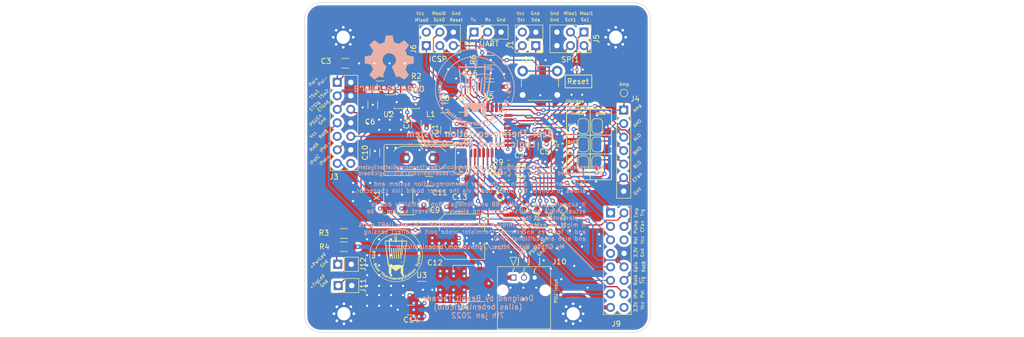
<source format=kicad_pcb>
(kicad_pcb (version 20211014) (generator pcbnew)
  (layers (0 "F.Cu" mixed) (1 "In1.Cu" power) (2 "In2.Cu" power) (31 "B.Cu" mixed) (34 "B.Paste" user) (35 "F.Paste" user) (36 "B.SilkS" user "B.Silkscreen") (37 "F.SilkS" user "F.Silkscreen") (38 "B.Mask" user) (39 "F.Mask" user) (44 "Edge.Cuts" user))
  (net 0 "")
  (net 1 "/MCU_VCC")
  (net 2 "GND")
  (net 3 "GND1")
  (net 4 "/MechanicalUserInterface/ExternalTriggerIsolated")
  (net 5 "/3.3V")
  (net 6 "/XTAL1")
  (net 7 "/XTAL2")
  (net 8 "/VCC")
  (net 9 "/RESET")
  (net 10 "/SDA_I2C")
  (net 11 "/SCL_I2C")
  (net 12 "/TXD_UART")
  (net 13 "/RXD_UART")
  (net 14 "/PSU_Enabled")
  (net 15 "/OC1A_PWM")
  (net 16 "/PowerBoardLink/HBridgeALO")
  (net 17 "/PowerBoardLink/HBridgeBHO")
  (net 18 "/PowerBoardLink/HBridgeBLO")
  (net 19 "/Ampmeter(In)")
  (net 20 "/CoolingFan(Out)")
  (net 21 "/MOSI1(ADC7)")
  (net 22 "/MISO1(ADC0)")
  (net 23 "/SCK1(ADC1)")
  (net 24 "/IntensityPot(In)")
  (net 25 "/MISO0(Prog)")
  (net 26 "/SCK0(Prog)")
  (net 27 "/OC2A_PWM")
  (net 28 "/OptTProbe(In)")
  (net 29 "/Triggered(Out)")
  (net 30 "/PumpDrive(Out)")
  (net 31 "/GPIO1")
  (net 32 "/RotEncB(In)")
  (net 33 "/RotEncA(In)")
  (net 34 "/InvertedTrigger(In)")
  (net 35 "/Polarity(In)")
  (net 36 "/5V_PSU")
  (net 37 "/OC1B_PWM")
  (net 38 "/OC2B_PWM")
  (net 39 "Net-(R1-Pad1)")
  (net 40 "/ResetSwitchSide")
  (net 41 "/ArefJump")
  (net 42 "/+TriggeredStatusLed")
  (net 43 "/PowerRegulation/+PowerStatusLed")
  (net 44 "/PowerBoardLink/OC1A_PWM_OUT")
  (net 45 "/PowerBoardLink/OC1B_PWM_OUT")
  (net 46 "/PowerBoardLink/OC2A_PWM_OUT")
  (net 47 "/PowerBoardLink/OC2B_PWM_OUT")
  (footprint "Jumper:SolderJumper-2_P1.3mm_Open_RoundedPad1.0x1.5mm" (layer "F.Cu") (at 171 89.2 90)
    (fp_text reference "JP3" hide)
    (fp_text value "HB_ALO_ATM328_JP")
  )
  (footprint "Resistor_SMD:R_1206_3216Metric_Pad1.30x1.75mm_HandSolder" (layer "F.Cu") (at 123.35 109.4 180)
    (fp_text reference "R3")
    (fp_text value "1k")
  )
  (footprint "Connector_PinHeader_2.54mm:PinHeader_1x02_P2.54mm_Vertical" (layer "F.Cu") (at 122.3 119.2 90)
    (fp_text reference "J11")
    (fp_text value "TriggeredStatusLedConnector" hide)
  )
  (footprint "Connector_PinHeader_2.54mm:PinHeader_1x03_P2.54mm_Vertical" (layer "F.Cu") (at 147.86 71.525 90)
    (fp_text reference "J2")
    (fp_text value "UART_Interface")
  )
  (footprint "Resistor_SMD:R_1206_3216Metric_Pad1.30x1.75mm_HandSolder" (layer "F.Cu") (at 123.35 111.9 180)
    (fp_text reference "R4")
    (fp_text value "1k")
  )
  (footprint "Resistor_SMD:R_1206_3216Metric_Pad1.30x1.75mm_HandSolder" (layer "F.Cu") (at 137 81.635)
    (fp_text reference "R2")
    (fp_text value "1k")
  )
  (footprint "Resistor_SMD:R_0402_1005Metric_Pad0.72x0.64mm_HandSolder" (layer "F.Cu") (at 154.4 96)
    (fp_text reference "R9")
    (fp_text value "33")
  )
  (footprint "Package_SO:TSOP-5_1.65x3.05mm_P0.95mm" (layer "F.Cu") (at 138 120 180)
    (fp_text reference "U3")
    (fp_text value "NCP603SN330T1G")
  )
  (footprint "TestPoint:TestPoint_Pad_D1.0mm" (layer "F.Cu") (at 159.65 104.9)
    (fp_text reference "TP6" hide)
    (fp_text value "TestPoint")
  )
  (footprint "Jumper:SolderJumper-2_P1.3mm_Open_RoundedPad1.0x1.5mm" (layer "F.Cu") (at 168.4 92.65 90)
    (fp_text reference "JP4" hide)
    (fp_text value "HB_BHO_AT88_JP")
  )
  (footprint "Jumper:SolderJumper-2_P1.3mm_Open_RoundedPad1.0x1.5mm" (layer "F.Cu") (at 171 92.65 90)
    (fp_text reference "JP5" hide)
    (fp_text value "HB_BHO_ATM328_JP")
  )
  (footprint "Connector_PinHeader_2.54mm:PinHeader_2x03_P2.54mm_Vertical" (layer "F.Cu") (at 138.875 74.075 90)
    (fp_text reference "J6")
    (fp_text value "ICSP Header" hide)
  )
  (footprint "Connector_PinHeader_2.54mm:PinHeader_1x02_P2.54mm_Vertical" (layer "F.Cu") (at 122.225 115.2 90)
    (fp_text reference "J12")
    (fp_text value "PowerStatusLedConnector")
  )
  (footprint "Resistor_SMD:R_0402_1005Metric_Pad0.72x0.64mm_HandSolder" (layer "F.Cu") (at 154.4 98)
    (fp_text reference "R10")
    (fp_text value "33")
  )
  (footprint "MountingHole:MountingHole_2.5mm_Pad_Via" (layer "F.Cu") (at 174.5 72.5)
    (fp_text reference "H2" hide)
    (fp_text value "MountingHole_Pad")
  )
  (footprint "Package_QFP:TQFP-32_7x7mm_P0.8mm" (layer "F.Cu") (at 150.05 90)
    (fp_text reference "U1")
    (fp_text value "ATmega328PB-A")
  )
  (footprint "Jumper:SolderJumper-2_P1.3mm_Open_RoundedPad1.0x1.5mm" (layer "F.Cu") (at 161.5 91 90)
    (fp_text reference "JP1" hide)
    (fp_text value "Aref_jumper")
  )
  (footprint "BTS-LogicBoard:559350310" (layer "F.Cu") (at 155.25 117.7)
    (fp_text reference "J10")
    (fp_text value "PSU Connector" hide)
  )
  (footprint "Jumper:SolderJumper-2_P1.3mm_Open_RoundedPad1.0x1.5mm" (layer "F.Cu") (at 168.4 96.2 90)
    (fp_text reference "JP6" hide)
    (fp_text value "HB_BLO_AT88_JP")
  )
  (footprint "Button_Switch_THT:SW_PUSH_6mm_H4.3mm" (layer "F.Cu") (at 157 78.85)
    (fp_text reference "SW1" hide)
    (fp_text value "Reset switch")
  )
  (footprint "Jumper:SolderJumper-2_P1.3mm_Open_RoundedPad1.0x1.5mm" (layer "F.Cu") (at 171 96.2 90)
    (fp_text reference "JP7" hide)
    (fp_text value "HB_BLO_ATM328_JP")
  )
  (footprint "Resistor_SMD:R_1206_3216Metric_Pad1.30x1.75mm_HandSolder" (layer "F.Cu") (at 130.2 81.635 180)
    (fp_text reference "R1")
    (fp_text value "1k")
  )
  (footprint "Package_TO_SOT_SMD:SOT-223-3_TabPin2" (layer "F.Cu") (at 145.8 118.8 180)
    (fp_text reference "U4")
    (fp_text value "LM1117-5.0")
  )
  (footprint "MountingHole:MountingHole_2.5mm_Pad_Via" (layer "F.Cu") (at 123.375 124.5)
    (fp_text reference "H4" hide)
    (fp_text value "MountingHole_Pad")
  )
  (footprint "Capacitor_SMD:C_Elec_8x6.2" (layer "F.Cu") (at 145.6 110)
    (fp_text reference "C12")
    (fp_text value "470uF")
  )
  (footprint "Capacitor_SMD:C_1206_3216Metric" (layer "F.Cu") (at 137 88.8 90)
    (fp_text reference "C4")
    (fp_text value "330nF")
  )
  (footprint "Symbol:OSHW-Logo2_9.8x8mm_Copper" (layer "F.Cu") (at 132 72.75)
    (fp_text reference "REF**" hide)
    (fp_text value "OSHW-Logo2_9.8x8mm_Copper" hide)
  )
  (footprint "MountingHole:MountingHole_2.5mm_Pad_Via" (layer "F.Cu") (at 166.5 124.5)
    (fp_text reference "H3" hide)
    (fp_text value "MountingHole_Pad")
  )
  (footprint "TestPoint:TestPoint_Pad_D1.0mm" (layer "F.Cu") (at 176.05 83)
    (fp_text reference "TP1" hide)
    (fp_text value "TestPoint")
  )
  (footprint "MountingHole:MountingHole_2.5mm_Pad_Via" (layer "F.Cu") (at 123.25 72.5)
    (fp_text reference "H1" hide)
    (fp_text value "MountingHole_Pad")
  )
  (footprint "Capacitor_SMD:C_1206_3216Metric" (layer "F.Cu") (at 136 123.8 180)
    (fp_text reference "C14")
    (fp_text value "1uF")
  )
  (footprint "Connector_PinHeader_2.54mm:PinHeader_2x02_P2.54mm_Vertical" (layer "F.Cu") (at 159.4675 74.075 180)
    (fp_text reference "J1")
    (fp_text value "I2C_Interface")
  )
  (footprint "BTS-LogicBoard:BTS-LogoBW-WrappedCircle_10x10mm_silk" (layer "F.Cu") (at 133.2 113.5)
    (fp_text reference "G***" hide)
    (fp_text value "LOGO" hide)
  )
  (footprint "Resistor_SMD:R_0402_1005Metric_Pad0.72x0.64mm_HandSolder" (layer "F.Cu") (at 154.4 97)
    (fp_text reference "R8")
    (fp_text value "33")
  )
  (footprint "Capacitor_SMD:C_1206_3216Metric" (layer "F.Cu") (at 138.4 103.6 90)
    (fp_text reference "C9")
    (fp_text value "100nF")
  )
  (footprint "Capacitor_SMD:C_1206_3216Metric" (layer "F.Cu") (at 128.8 85.2 90)
    (fp_text reference "C6")
    (fp_text value "100nF")
  )
  (footprint "TestPoint:TestPoint_Pad_D1.0mm" (layer "F.Cu") (at 164.55 104.9)
    (fp_text reference "TP5" hide)
    (fp_text value "TestPoint")
  )
  (footprint "Capacitor_SMD:C_1206_3216Metric" (layer "F.Cu") (at 159 93 -90)
    (fp_text reference "C5")
    (fp_text value "1uF")
  )
  (footprint "Oscillator:Oscillator_SMD_Abracon_ASV-4Pin_7.0x5.1mm" (layer "F.Cu") (at 133.6 102.2 90)
    (fp_text reference "X1")
    (fp_text value "ASV-12.000MHZ-EJ-T")
  )
  (footprint "Resistor_SMD:R_1206_3216Metric_Pad1.30x1.75mm_HandSolder" (layer "F.Cu") (at 151 76.8)
    (fp_text reference "R6")
    (fp_text value "330")
  )
  (footprint "Connector_PinHeader_2.54mm:PinHeader_1x07_P2.54mm_Vertical" (layer "F.Cu") (at 176 86.2)
    (fp_text reference "J4")
    (fp_text value "Power board connector")
  )
  (footprint "Resistor_SMD:R_1206_3216Metric_Pad1.30x1.75mm_HandSolder" (layer "F.Cu") (at 150.9 81.8 180)
    (fp_text reference "R5")
    (fp_text value "10k")
  )
  (footprint "Capacitor_SMD:C_1206_3216Metric" (layer "F.Cu") (at 129.2 94.2 90)
    (fp_text reference "C10")
    (fp_text value "10pF")
  )
  (footprint "TestPoint:TestPoint_Pad_D1.0mm" (layer "F.Cu") (at 157.2 104.9)
    (fp_text reference "TP3" hide)
    (fp_text value "TestPoint")
  )
  (footprint "Package_SO:SOIC-4_4.55x2.6mm_P1.27mm" (layer "F.Cu") (at 135.2 84.5)
    (fp_text reference "U2")
    (fp_text value "TLP291")
  )
  (footprint "TestPoint:TestPoint_Pad_D1.0mm" (layer "F.Cu") (at 162.1 104.9)
    (fp_text reference "TP4" hide)
    (fp_text value "TestPoint")
  )
  (footprint "Connector_PinHeader_2.54mm:PinHeader_2x08_P2.54mm_Vertical" (layer "F.Cu") (at 173.525 105.525)
    (fp_text reference "J9")
    (fp_text value "GPIO Connector")
  )
  (footprint "TestPoint:TestPoint_Pad_D1.0mm" (layer "F.Cu") (at 152.7 102.4)
    (fp_text reference "TP2" hide)
    (fp_text value "TestPoint")
  )
  (footprint "Connector_PinHeader_2.54mm:PinHeader_2x07_P2.54mm_Vertical" (layer "F.Cu") (at 122.125 80.975)
    (fp_text reference "J3")
    (fp_text value "Mechanical user interface main connector" hide)
  )
  (footprint "Capacitor_SMD:C_1206_3216Metric" (layer "F.Cu") (at 142.3 85.8)
    (fp_text reference "C8")
    (fp_text value "100nF")
  )
  (footprint "Capacitor_SMD:C_1206_3216Metric" (layer "F.Cu") (at 139.4 99.6 180)
    (fp_text reference "C11")
    (fp_text value "10pF")
  )
  (footprint "Capacitor_SMD:C_1206_3216Metric" (layer "F.Cu") (at 123.6 77.4)
    (fp_text reference "C3")
    (fp_text value "330nF")
  )
  (footprint "Resistor_SMD:R_0402_1005Metric_Pad0.72x0.64mm_HandSolder" (layer "F.Cu") (at 154.3975 99)
    (fp_text reference "R7")
    (fp_text value "33")
  )
  (footprint "Capacitor_SMD:C_1206_3216Metric" (layer "F.Cu") (at 145.1625 104.4)
    (fp_text reference "C13")
    (fp_text value "1uF")
  )
  (footprint "Connector_PinHeader_2.54mm:PinHeader_2x03_P2.54mm_Vertical" (layer "F.Cu") (at 168.525 71.525 -90)
    (fp_text reference "J5")
    (fp_text value "SPI Connector")
  )
  (footprint "Jumper:SolderJumper-2_P1.3mm_Open_RoundedPad1.0x1.5mm" (layer "F.Cu") (at 168.4 89.2 90)
    (fp_text reference "JP2" hide)
    (fp_text value "HB_ALO_AT88_JP")
  )
  (footprint "Capacitor_SMD:C_1206_3216Metric" (layer "F.Cu") (at 145.2 99.2)
    (fp_text reference "C7")
    (fp_text value "330nF")
  )
  (footprint "Capacitor_SMD:C_0603_1608Metric" (layer "F.Cu") (at 139.7 88.4)
    (fp_text reference "L1")
    (fp_text value "BLM18AG151SN1D")
  )
  (footprint "Capacitor_SMD:C_1206_3216Metric" (layer "F.Cu") (at 156.6 91.025 90)
    (fp_text reference "C2")
    (fp_text value "100nF")
  )
  (footprint "Capacitor_SMD:C_1206_3216Metric" (layer "F.Cu") (at 142.5 90 -90)
    (fp_text reference "C1")
    (fp_text value "100nF" hide)
  )
  (footprint "BTS-LogicBoard:Crystal_SMD_TH_Combo_HC49-SD" (layer "F.Cu") (at 137.6 95.2)
    (fp_text reference "Y1")
    (fp_text value "ABLS-20.000MHz-16-A-4-H-T")
  )
  (footprint "Capacitor_SMD:C_1206_3216Metric" (layer "F.Cu") (at 150.8 79.4)
    (fp_text reference "C16")
    (fp_text value "100nF")
  )
  (footprint "BTS-LogicBoard:BTS-LogoBW-WrappedCircle_15x15mm_silk" (layer "B.Cu") (at 148 82.1 180)
    (fp_text reference "G***" hide)
    (fp_text value "LOGO" hide)
  )
  (footprint "Symbol:OSHW-Logo2_14.6x12mm_SilkScreen" (layer "B.Cu") (at 131.9 77.7 180)
    (fp_text reference "REF**" hide)
    (fp_text value "OSHW-Logo2_14.6x12mm_SilkScreen" hide)
  )
  (gr_line (start 165.3 94.45) (end 173.65 94.45) (layer "F.SilkS") (width 0.15))
  (gr_line (start 169.7 86.05) (end 169.7 99.25) (layer "F.SilkS") (width 0.15))
  (gr_line (start 161.6 89.4) (end 161.6 89.2) (layer "F.SilkS") (width 0.15))
  (gr_line (start 157.2 116.2) (end 157.5 115.9) (layer "F.SilkS") (width 0.15))
  (gr_line (start 158.2 115.2) (end 158 115.4) (layer "F.SilkS") (width 0.15))
  (gr_rect (start 165 79.6) (end 170 82) (layer "F.SilkS") (width 0.15) (fill none))
  (gr_line (start 161.6 89.2) (end 162.2 89.2) (layer "F.SilkS") (width 0.15))
  (gr_line (start 159.2 116.2) (end 159.2 116.95) (layer "F.SilkS") (width 0.15))
  (gr_line (start 157.2 116.2) (end 157.2 116.95) (layer "F.SilkS") (width 0.15))
  (gr_rect (start 165.25 86) (end 173.7 99.3) (layer "F.SilkS") (width 0.15) (fill none))
  (gr_line (start 158.2 113.95) (end 158.2 115.2) (layer "F.SilkS") (width 0.15))
  (gr_line (start 156.2 113.95) (end 156.2 115.2) (layer "F.SilkS") (width 0.15))
  (gr_line (start 159.2 116.2) (end 159.5 115.9) (layer "F.SilkS") (width 0.15))
  (gr_line (start 155.2 116.2) (end 155.5 115.9) (layer "F.SilkS") (width 0.15))
  (gr_line (start 163.4 92) (end 163.4 92.4) (layer "F.SilkS") (width 0.15))
  (gr_line (start 160.2 115.2) (end 160 115.4) (layer "F.SilkS") (width 0.15))
  (gr_line (start 155.2 116.2) (end 155.2 116.95) (layer "F.SilkS") (width 0.15))
  (gr_line (start 179 118.825) (end 179 117.675) (layer "F.SilkS") (width 0.1))
  (gr_line (start 156.2 115.2) (end 156 115.4) (layer "F.SilkS") (width 0.15))
  (gr_line (start 162.6 92) (end 163.4 92) (layer "F.SilkS") (width 0.15))
  (gr_line (start 165.25 90.9) (end 173.7 90.9) (layer "F.SilkS") (width 0.15))
  (gr_line (start 160.2 114) (end 160.2 115.2) (layer "F.SilkS") (width 0.15))
  (gr_arc (start 119 128) (mid 116.87868 127.12132) (end 116 125) (layer "Edge.Cuts") (width 0.1))
  (gr_arc (start 181 125) (mid 180.12132 127.12132) (end 178 128) (layer "Edge.Cuts") (width 0.1))
  (gr_arc (start 116 69) (mid 116.87868 66.87868) (end 119 66) (layer "Edge.Cuts") (width 0.1))
  (gr_line (start 116 125) (end 116 69) (layer "Edge.Cuts") (width 0.1))
  (gr_line (start 119 128) (end 178 128) (layer "Edge.Cuts") (width 0.1))
  (gr_line (start 181 125) (end 181 69) (layer "Edge.Cuts") (width 0.1))
  (gr_arc (start 178 66) (mid 180.12132 66.87868) (end 181 69) (layer "Edge.Cuts") (width 0.1))
  (gr_line (start 119 66) (end 178 66) (layer "Edge.Cuts") (width 0.1))
  (gr_text "Main repository link : https://github.com/bebenlebricolo/BeerThermoregulationSystem\nBTS-LogicBoard repository link : https://github.com/bebenlebricolo/BTS-LogicBoard" (at 149.1 97.5) (layer "B.SilkS") (effects (font (size 0.7 0.7) (thickness 0.12)) (justify mirror)))
  (gr_text "This board is the brain of the beer thermoregulation system and\nallows to control the power board via the power board link connector.\n\nIt supports both the Attiny88 and Atmega328pb (flexibility due to \nactual chip's global shortage) and allows 2 different system to be \nimplemented on the same board.\nIt might be extended through the use of the SPI, I2C and UART ports\nand it features an external thermistor probe port for direct sensing\nand also an additional GPIO.\n" (at 169 105.2) (layer "B.SilkS") (effects (font (size 0.8 0.8) (thickness 0.12)) (justify left mirror)))
  (gr_text "Beer Thermoregulation System \n- Logic board (Rev 0.3.0) -" (at 148.5 91.6) (layer "B.SilkS") (effects (font (size 1.2 1.2) (thickness 0.25)) (justify mirror)))
  (gr_text "My Github link : https://github.com/bebenlebricolo" (at 149.1 111.9) (layer "B.SilkS") (effects (font (size 0.8 0.8)) (justify mirror)))
  (gr_text "Designed by Benoit Tarrade\n(alias bebenlebricolo)\n7th jan 2022" (at 148.6 123.2) (layer "B.SilkS") (effects (font (size 1 1)) (justify mirror)))
  (gr_text "Vcc" (at 179.5 111.45 90) (layer "F.SilkS") (effects (font (size 0.6 0.6) (thickness 0.1)) (justify left)))
  (gr_text "TSw1" (at 117 84.05 45) (layer "F.SilkS") (effects (font (size 0.6 0.6) (thickness 0.1)) (justify left)))
  (gr_text "I2C" (at 157.95 76.7) (layer "F.SilkS") (effects (font (size 1 1))))
  (gr_text "Aref" (at 163.4 89.2) (layer "F.SilkS") (effects (font (size 0.6 0.6) (thickness 0.1))))
  (gr_text "+5Vin" (at 156.2 113.7 45) (layer "F.SilkS") (effects (font (size 0.6 0.6) (thickness 0.1)) (justify left)))
  (gr_text "PSU Input" (at 163.25 120.25 90) (layer "F.SilkS") (effects (font (size 0.6 0.6) (thickness 0.1))))
  (gr_text "3.3V" (at 178.25 114 90) (layer "F.SilkS") (effects (font (size 0.6 0.6) (thickness 0.1)) (justify left)))
  (gr_text "Pol" (at 179.5 121.6 90) (layer "F.SilkS") (effects (font (size 0.6 0.6) (thickness 0.1)) (justify left)))
  (gr_text "PSUEnable" (at 158.2 113.45 45) (layer "F.SilkS") (effects (font (size 0.6 0.6) (thickness 0.1)) (justify left)))
  (gr_text "IPotC" (at 117 96.45 45) (layer "F.SilkS") (effects (font (size 0.6 0.6) (thickness 0.1)) (justify left)))
  (gr_text "Gnd" (at 144.5 68) (layer "F.SilkS") (effects (font (size 0.6 0.6) (thickness 0.1))))
  (gr_text "oc1b" (at 162.05 107.1 90) (layer "F.SilkS") (effects (font (size 0.8 0.8) (thickness 0.1))))
  (gr_text "CFan" (at 178.55 98.85 45) (layer "F.SilkS") (effects (font (size 0.6 0.6) (thickness 0.1))))
  (gr_text "Gnd" (at 178.55 101.45 45) (layer "F.SilkS") (effects (font (size 0.6 0.6) (thickness 0.1))))
  (gr_text "Att88" (at 171.7 86.8) (layer "F.SilkS") (effects (font (size 0.5 0.5) (thickness 0.1))))
  (gr_text "Trg" (at 179.560609 118.925 90) (layer "F.SilkS") (effects (font (size 0.6 0.6) (thickness 0.1)) (justify left)))
  (gr_text "Mosi0" (at 141.25 68) (layer "F.SilkS") (effects (font (size 0.6 0.6) (thickness 0.1))))
  (gr_text "Gnd" (at 119 119.45 45) (layer "F.SilkS") (effects (font (size 0.6 0.6) (thickness 0.1)) (justify left)))
  (gr_text "+TrgLed" (at 117 119.8 45) (layer "F.SilkS") (effects (font (size 0.6 0.6) (thickness 0.1)) (justify left)))
  (gr_text "ALO" (at 166.3 89.05) (layer "F.SilkS") (effects (font (size 0.6 0.6) (thickness 0.1))))
  (gr_text "Gnd" (at 159.35 68) (layer "F.SilkS") (effects (font (size 0.6 0.6) (thickness 0.1))))
  (gr_text "oc1a		" (at 157.15 104.95 90) (layer "F.SilkS") (effects (font (size 0.8 0.8) (thickness 0.1))))
  (gr_text "Hbridge\nconnections" (at 165.05 85) (layer "F.SilkS") (effects (font (size 0.6 0.6) (thickness 0.1)) (justify left)))
  (gr_text "Miso1" (at 166 68) (layer "F.SilkS") (effects (font (size 0.6 0.6) (thickness 0.1))))
  (gr_text "Gnd" (at 152.95 69.2) (layer "F.SilkS") (effects (font (size 0.6 0.6) (thickness 0.1))))
  (gr_text "ETGnd" (at 118.5 86.4 45) (layer "F.SilkS") (effects (font (size 0.6 0.6) (thickness 0.1)) (justify left)))
  (gr_text "Gpio" (at 178.25 116.75 90) (layer "F.SilkS") (effects (font (size 0.6 0.6) (thickness 0.1)) (justify left)))
  (gr_text "Gnd" (at 119 115.7 45) (layer "F.SilkS") (effects (font (size 0.6 0.6) (thickness 0.1)) (justify left)))
  (gr_text "Rx" (at 150.45 69.2) (layer "F.SilkS") (effects (font (size 0.6 0.6) (thickness 0.1))))
  (gr_text "Amp" (at 176.1 81.35) (layer "F.SilkS") (effects (font (size 0.6 0.6) (thickness 0.1))))
  (gr_text "Amp" (at 178.55 85.8 45) (layer "F.SilkS") (effects (font (size 0.6 0.6) (thickness 0.1))))
  (gr_text "RotA" (at 117 93.9 45) (layer "F.SilkS") (effects (font (size 0.6 0.6) (thickness 0.1)) (justify left)))
  (gr_text "TSw2" (at 118.760609 84.05 45) (layer "F.SilkS") (effects (font (size 0.6 0.6) (thickness 0.1)) (justify left)))
  (gr_text "IPot" (at 178.25 121.75 90) (layer "F.SilkS") (effects (font (size 0.6 0.6) (thickness 0.1)) (justify left)))
  (gr_text "Pol+" (at 117.671751 80.85 45) (layer "F.SilkS") (effects (font (size 0.6 0.6) (thickness 0.1))))
  (gr_text "Gnd" (at 118.648985 88.9 45) (layer "F.SilkS") (effects (font (size 0.6 0.6) (thickness 0.1)) (justify left)))
  (gr_text "ALO" (at 178.55 91.3 45) (layer "F.SilkS") (effects (font (size 0.6 0.6) (thickness 0.1))))
  (gr_text "RotB" (at 179.75 116.75 90) (layer "F.SilkS") (effects (font (size 0.6 0.6) (thickness 0.1)) (justify left)))
  (gr_text "BLO" (at 178.55 96.45 45) (layer "F.SilkS") (effects (font (size 0.6 0.6) (thickness 0.1))))
  (gr_text "Scl" (at 156.7 69.2) (layer "F.SilkS") (effects (font (size 0.6 0.6) (thickness 0.1))))
  (gr_text "Gnd" (at 163 69.2) (layer "F.SilkS") (effects (font (size 0.6 0.6) (thickness 0.1))))
  (gr_text "Pump" (at 178.25 109.5 90) (layer "F.SilkS") (effects (font (size 0.6 0.6) (thickness 0.1)) (justify left)))
  (gr_text "Sck0" (at 141.3 69.2) (layer "F.SilkS") (effects (font (size 0.6 0.6) (thickness 0.1))))
  (gr_text "Mosi1" (at 169 68) (layer "F.SilkS") (effects (font (size 0.6 0.6) (thickness 0.1))))
  (gr_text "Vcc" (at 117 91.4 45) (layer "F.SilkS") (effects (font (size 0.6 0.6) (thickness 0.1)) (justify left)))
  (gr_text "RotA" (at 178.25 119.25 90) (layer "F.SilkS") (effects (font (size 0.6 0.6) (thickness 0.1)) (justify left)))
  (gr_text "RotB" (at 118.710609 91.5 45) (layer "F.SilkS") (effects (font (size 0.6 0.6) (thickness 0.1)) (justify left)))
  (gr_text "Reset" (at 144.5 69.25) (layer "F.SilkS") (effects (font (size 0.6 0.6) (thickness 0.1))))
  (gr_text "Vcc" (at 163.2 92.8) (layer "F.SilkS") (effects (font (size 0.6 0.6) (thickness 0.1))))
  (gr_text "Vcc" (at 156.6 68) (layer "F.SilkS") (effects (font (size 0.6 0.6) (thickness 0.1))))
  (gr_text "Gnd" (at 163 68) (layer "F.SilkS") (effects (font (size 0.6 0.6) (thickness 0.1))))
  (gr_text "3.3V" (at 178.25 124.25 90) (layer "F.SilkS") (effects (font (size 0.6 0.6) (thickness 0.1)) (justify left)))
  (gr_text "Atm328" (at 167.45 86.8) (layer "F.SilkS") (effects (font (size 0.5 0.5) (thickness 0.1))))
  (gr_text "ICSP" (at 141.075 76.6) (layer "F.SilkS") (effects (font (size 1 1))))
  (gr_text "UART" (at 150.7 73.7) (layer "F.SilkS") (effects (font (size 1 1))))
  (gr_text "IPot-" (at 118.871218 94.05 45) (layer "F.SilkS") (effects (font (size 0.6 0.6) (thickness 0.1)) (justify left)))
  (gr_text "Tx" (at 147.7 69.2) (layer "F.SilkS") (effects (font (size 0.6 0.6) (thickness 0.1))))
  (gr_text "ETSig" (at 117 86.3 45) (layer "F.SilkS") (effects (font (size 0.6 0.6) (thickness 0.1)) (justify left)))
  (gr_text "Ss1" (at 168.75 69.2) (layer "F.SilkS") (effects (font (size 0.6 0.6) (thickness 0.1))))
  (gr_text "Sck1" (at 166 69.2) (layer "F.SilkS") (effects (font (size 0.6 0.6) (thickness 0.1))))
  (gr_text "Trg" (at 179.5 105.5 90) (layer "F.SilkS") (effects (font (size 0.6 0.6) (thickness 0.1))))
  (gr_text "IPot+" (at 118.810609 96.55 45) (layer "F.SilkS") (effects (font (size 0.6 0.6) (thickness 0.1)) (justify left)))
  (gr_text "PSUEn" (at 117 89.15 45) (layer "F.SilkS") (effects (font (size 0.6 0.6) (thickness 0.1)) (justify left)))
  (gr_text "BHO" (at 166.35 92.25) (layer "F.SilkS") (effects (font (size 0.6 0.6) (thickness 0.1))))
  (gr_text "CFan" (at 179.5 109.25 90) (layer "F.SilkS") (effects (font (size 0.6 0.6) (thickness 0.1)) (justify left)))
  (gr_text "+PwrLed" (at 117.021218 115.95 45) (layer "F.SilkS") (effects (font (size 0.6 0.6) (thickness 0.1)) (justify left)))
  (gr_text "Sda" (at 159.45 69.2) (layer "F.SilkS") (effects (font (size 0.6 0.6) (thickness 0.1))))
  (gr_text "oc2b" (at 159.6 107.15 90) (layer "F.SilkS") (effects (font (size 0.8 0.8) (thickness 0.1))))
  (gr_text "AHO" (at 178.55 88.7 45) (layer "F.SilkS") (effects (font (size 0.6 0.6) (thickness 0.1))))
  (gr_text "oc2a" (at 164.55 107.05 90) (layer "F.SilkS") (effects (font (size 0.8 0.8) (thickness 0.1))))
  (gr_text "Vcc" (at 179.5 123.75 90) (layer "F.SilkS") (effects (font (size 0.6 0.6) (thickness 0.1)) (justify left)))
  (gr_text "Vcc" (at 137.75 68) (layer "F.SilkS") (effects (font (size 0.6 0.6) (thickness 0.1))))
  (gr_text "Rst" (at 178.25 111.5 90) (layer "F.SilkS") (effects (font (size 0.6 0.6) (thickness 0.1)) (justify left)))
  (gr_text "Reset" (at 167.4 80.8) (layer "F.SilkS") (effects (font (size 1 1))))
  (gr_text "Pol-" (at 119.391446 80.75 45) (layer "F.SilkS") (effects (font (size 0.6 0.6) (thickness 0.1))))
  (gr_text "Tmp" (at 178.38236 105.5 90) (layer "F.SilkS") (effects (font (size 0.6 0.6) (thickness 0.1))))
  (gr_text "CFan" (at 152.7 100.95) (layer "F.SilkS") (effects (font (size 0.6 0.6) (thickness 0.1))))
  (gr_text "BHO" (at 178.55 93.85 45) (layer "F.SilkS") (effects (font (size 0.6 0.6) (thickness 0.1))))
  (gr_text "BLO" (at 166.35 95.6) (layer "F.SilkS") (effects (font (size 0.6 0.6) (thickness 0.1))))
  (gr_text "Gnd" (at 159.8 113.6 45) (layer "F.SilkS") (effects (font (size 0.6 0.6) (thickness 0.1)) (justify left)))
  (gr_text "Gnd" (at 179.5 113.95 90) (layer "F.SilkS") (effects (font (size 0.6 0.6) (thickness 0.1)) (justify left)))
  (gr_text "Miso0" (at 138 69.25) (layer "F.SilkS") (effects (font (size 0.6 0.6) (thickness 0.1))))
  (gr_text "SPI1" (at 165.95 76.7) (layer "F.SilkS") (effects (font (size 1 1))))
  (segment (start 142.5 88.525) (end 140.6 88.525) (width 0.4) (layer "F.Cu") (net 1))
  (segment (start 145.75 89.6) (end 143.575 89.6) (width 0.4) (layer "F.Cu") (net 1))
  (segment (start 143.575 89.6) (end 142.5 88.525) (width 0.4) (layer "F.Cu") (net 1))
  (segment (start 140.6 88.525) (end 140.475 88.4) (width 0.4) (layer "F.Cu") (net 1))
  (segment (start 150.6 121) (end 149.05 121) (width 0.8) (layer "F.Cu") (net 2))
  (segment (start 133.5 123.8) (end 134.525 123.8) (width 0.8) (layer "F.Cu") (net 2))
  (segment (start 134.2 99.7) (end 135.56 99.7) (width 0.8) (layer "F.Cu") (net 2))
  (segment (start 135.56 99.7) (end 135.6 99.66) (width 0.8) (layer "F.Cu") (net 2))
  (segment (start 144.8 99.2) (end 143.725 99.2) (width 0.8) (layer "F.Cu") (net 2))
  (segment (start 139.2 99.6) (end 137.925 99.6) (width 0.8) (layer "F.Cu") (net 2))
  (segment (start 149.05 121) (end 148.95 121.1) (width 0.8) (layer "F.Cu") (net 2))
  (segment (start 153.5 79.4) (end 152.275 79.4) (width 0.8) (layer "F.Cu") (net 2))
  (segment (start 129.2 92.725) (end 129.2 93.9) (width 0.8) (layer "F.Cu") (net 2))
  (segment (start 142.5 90.42598) (end 142.5 91.475) (width 0.83) (layer "F.Cu") (net 2))
  (segment (start 138.485 85.135) (end 138.45 85.135) (width 0.25) (layer "F.Cu") (net 2))
  (segment (start 135.625 90.275) (end 137 90.275) (width 0.8) (layer "F.Cu") (net 2))
  (segment (start 138.25 120) (end 139.16 120) (width 0.5) (layer "F.Cu") (net 2))
  (segment (start 126.2 77.4) (end 125.075 77.4) (width 0.8) (layer "F.Cu") (net 2))
  (segment (start 141.9 85.8) (end 140.825 85.8) (width 0.8) (layer "F.Cu") (net 2))
  (segment (start 157.625011 94.475) (end 159 94.475) (width 0.8) (layer "F.Cu") (net 2))
  (segment (start 137.125 102.125) (end 138.4 102.125) (width 0.8) (layer "F.Cu") (net 2))
  (segment (start 154.25 89.6) (end 156.55 89.6) (width 0.55) (layer "F.Cu") (net 2))
  (segment (start 139.16 120) (end 140 120) (width 0.5) (layer "F.Cu") (net 2))
  (segment (start 148.7 110.0125) (end 148.6875 110) (width 0.25) (layer "F.Cu") (net 2))
  (segment (start 145.74157 90.39157) (end 145.75 90.4) (width 0.25) (layer "F.Cu") (net 2))
  (segment (start 136.9 85.1) (end 136.92 85.12) (width 0.6) (layer "F.Cu") (net 2))
  (segment (start 134.5 119.25) (end 135.25 120) (width 0.5) (layer "F.Cu") (net 2))
  (segment (start 157.899 89.55) (end 156.6 89.55) (width 0.8) (layer "F.Cu") (net 2))
  (segment (start 157.600011 94.45) (end 157.625011 94.475) (width 0.8) (layer "F.Cu") (net 2))
  (segment (start 147.7625 104.4) (end 146.6375 104.4) (width 0.8) (layer "F.Cu") (net 2))
  (segment (start 156.55 89.6) (end 156.6 89.55) (width 0.25) (layer "F.Cu") (net 2))
  (segment (start 135.6 90.3) (end 135.625 90.275) (width 0.8) (layer "F.Cu") (net 2))
  (segment (start 136.92 85.12) (end 138.5 85.12) (width 0.55) (layer "F.Cu") (net 2))
  (segment (start 137.1 102.1) (end 137.125 102.125) (width 0.8) (layer "F.Cu") (net 2))
  (segment (start 138.5 85.12) (end 138.485 85.135) (width 0.25) (layer "F.Cu") (net 2))
  (segment (start 135.25 120) (end 138.25 120) (width 0.5) (layer "F.Cu") (net 2))
  (segment (start 144.03441 90.39157) (end 145.74157 90.39157) (width 0.55) (layer "F.Cu") (net 2))
  (segment (start 144 90.42598) (end 144.03441 90.39157) (width 0.55) (layer "F.Cu") (net 2))
  (via (at 133.5 123.75) (size 0.8) (drill 0.4) (layers "F.Cu" "B.Cu") (net 2))
  (via (at 135.6 90.3) (size 0.8) (drill 0.4) (layers "F.Cu" "B.Cu") (net 2))
  (via (at 169.35 101.9) (size 0.8) (drill 0.4) (layers "F.Cu" "B.Cu") (net 2))
  (via (at 155.5 109) (size 0.8) (drill 0.4) (layers "F.Cu" "B.Cu") (net 2))
  (via (at 168.2 83.3) (size 0.8) (drill 0.4) (layers "F.Cu" "B.Cu") (net 2))
  (via (at 140 120) (size 0.8) (drill 0.4) (layers "F.Cu" "B.Cu") (net 2))
  (via (at 146.5 111.25) (size 0.8) (drill 0.4) (layers "F.Cu" "B.Cu") (net 2))
  (via (at 162.3 116) (size 0.8) (drill 0.4) (layers "F.Cu" "B.Cu") (net 2))
  (via (at 143 78.5) (size 0.8) (drill 0.4) (layers "F.Cu" "B.Cu") (net 2))
  (via (at 127.75 117.25) (size 0.8) (drill 0.4) (layers "F.Cu" "B.Cu") (net 2))
  (via (at 161.2 95.9) (size 0.8) (drill 0.4) (layers "F.Cu" "B.Cu") (net 2))
  (via (at 125.1 103.3) (size 0.8) (drill 0.4) (layers "F.Cu" "B.Cu") (net 2))
  (via (at 147.75 111.25) (size 0.8) (drill 0.4) (layers "F.Cu" "B.Cu") (net 2))
  (via (at 126.233334 77.4) (size 0.8) (drill 0.4) (layers "F.Cu" "B.Cu") (net 2))
  (via (at 126.9 85.7) (size 0.8) (drill 0.4) (layers "F.Cu" "B.Cu") (net 2))
  (via (at 130 121) (size 0.8) (drill 0.4) (layers "F.Cu" "B.Cu") (net 2))
  (via (at 147.7625 104.4) (size 0.8) (drill 0.4) (layers "F.Cu" "B.Cu") (net 2))
  (via (at 171 87.2) (size 0.8) (drill 0.4) (layers "F.Cu" "B.Cu") (net 2))
  (via (at 137.6 93.7) (size 0.8) (drill 0.4) (layers "F.Cu" "B.Cu") (net 2))
  (via (at 164.25 118) (size 0.8) (drill 0.4) (layers "F.Cu" "B.Cu") (net 2))
  (via (at 164.5 96) (size 0.8) (drill 0.4) (layers "F.Cu" "B.Cu") (net 2))
  (via (at 168.290875 78.567305) (size 0.8) (drill 0.4) (layers "F.Cu" "B.Cu") (net 2))
  (via (at 127.75 123) (size 0.8) (drill 0.4) (layers "F.Cu" "B.Cu") (net 2))
  (via (at 131.5 102.1) (size 0.8) (drill 0.4) (layers "F.Cu" "B.Cu") (net 2))
  (via (at 166.3 97.7) (size 0.8) (drill 0.4) (layers "F.Cu" "B.Cu") (net 2))
  (via (at 128.8 85.2) (size 0.8) (drill 0.4) (layers "F.Cu" "B.Cu") (net 2))
  (via (at 144.8 99.2) (size 0.8) (drill 0.4) (layers "F.Cu" "B.Cu") (net 2))
  (via (at 144.8755 94.25) (size 0.8) (drill 0.4) (layers "F.Cu" "B.Cu") (net 2))
  (via (at 134.1 89.9) (size 0.8) (drill 0.4) (layers "F.Cu" "B.Cu") (net 2))
  (via (at 127.75 121) (size 0.8) (drill 0.4) (layers "F.Cu" "B.Cu") (net 2))
  (via (at 145 102.4) (size 0.8) (drill 0.4) (layers "F.Cu" "B.Cu") (net 2))
  (via (at 132 86.6) (size 0.8) (drill 0.4) (layers "F.Cu" "B.Cu") (net 2))
  (via (at 159.56 119.6) (size 0.8) (drill 0.4) (layers "F.Cu" "B.Cu") (net 2))
  (via (at 163.5 90.75) (size 0.8) (drill 0.4) (layers "F.Cu" "B.Cu") (net 2))
  (via (at 134.833334 77.4) (size 0.8) (drill 0.4) (layers "F.Cu" "B.Cu") (net 2))
  (via (at 132 89.9) (size 0.8) (drill 0.4) (layers "F.Cu" "B.Cu") (net 2))
  (via (at 168.7 87.2) (size 0.8) (drill 0.4) (layers "F.Cu" "B.Cu") (net 2))
  (via (at 152.25 110.5) (size 0.8) (drill 0.4) (layers "F.Cu" "B.Cu") (net 2))
  (via (at 161.3 76.8) (size 0.8) (drill 0.4) (layers "F.Cu" "B.Cu") (net 2))
  (via (at 138.25 120) (size 0.8) (drill 0.4) (layers "F.Cu" "B.Cu") (net 2))
  (via (at 166.7 115.5) (size 0.8) (drill 0.4) (layers "F.Cu" "B.Cu") (net 2))
  (via (at 132 88) (size 0.8) (drill 0.4) (layers "F.Cu" "B.Cu") (net 2))
  (via (at 160.3 83.4) (size 0.8) (drill 0.4) (layers "F.Cu" "B.Cu") (net 2))
  (via (at 141.9 85.8) (size 0.8) (drill 0.4) (layers "F.Cu" "B.Cu") (net 2))
  (via (at 150.25 111.25) (size 0.8) (drill 0.4) (layers "F.Cu" "B.Cu") (net 2))
  (via (at 136.9 85.1) (size 0.8) (drill 0.4) (layers "F.Cu" "B.Cu") (net 2))
  (via (at 134.1 88) (size 0.8) (drill 0.4) (layers "F.Cu" "B.Cu") (net 2))
  (via (at 132.25 117.25) (size 0.8) (drill 0.4) (layers "F.Cu" "B.Cu") (net 2))
  (via (at 154.8 112.9) (size 0.8) (drill 0.4) (layers "F.Cu" "B.Cu") (net 2))
  (via (at 166.2 78.6) (size 0.8) (drill 0.4) (layers "F.Cu" "B.Cu") (net 2))
  (via (at 127.75 113.5) (size 0.8) (drill 0.4) (layers "F.Cu" "B.Cu") (net 2))
  (via (at 163.4 112.2) (size 0.8) (drill 0.4) (layers "F.Cu" "B.Cu") (net 2))
  (via (at 167.8 104.5) (size 0.8) (drill 0.4) (layers "F.Cu" "B.Cu") (net 2))
  (via (at 168 109.6) (size 0.8) (drill 0.4) (layers "F.Cu" "B.Cu") (net 2))
  (via (at 128.3 99.9) (size 0.8) (drill 0.4) (layers "F.Cu" "B.Cu") (net 2))
  (via (at 154 74) (size 0.8) (drill 0.4) (layers "F.Cu" "B.Cu") (net 2))
  (via (at 139.2 99.6) (size 0.8) (drill 0.4) (layers "F.Cu" "B.Cu") (net 2))
  (via (at 144.5 80.25) (size 0.8) (drill 0.4) (layers "F.Cu" "B.Cu") (net 2))
  (via (at 157.14 119.6) (size 0.8) (drill 0.4) (layers "F.Cu" "B.Cu") (net 2))
  (via (at 133.3 83.2) (size 0.8) (drill 0.4) (layers "F.Cu" "B.Cu") (net 2))
  (via (at 164.4 101.9) (size 0.8) (drill 0.4) (layers "F.Cu" "B.Cu") (net 2))
  (via (at 130 113.5) (size 0.8) (drill 0.4) (layers "F.Cu" "B.Cu") (net 2))
  (via (at 132.25 123) (size 0.8) (drill 0.4) (layers "F.Cu" "B.Cu") (net 2))
  (via (at 166.2 83.3) (size 0.8) (drill 0.4) (layers "F.Cu" "B.Cu") (net 2))
  (via (at 149 111.25) (size 0.8) (drill 0.4) (layers "F.Cu" "B.Cu") (net 2))
  (via (at 130 123) (size 0.8) (drill 0.4) (layers "F.Cu" "B.Cu") (net 2))
  (via (at 127.75 115.4) (size 0.8) (drill 0.4) (layers "F.Cu" "B.Cu") (net 2))
  (via (at 133.3 84.7) (size 0.8) (drill 0.4) (layers "F.Cu" "B.Cu") (net 2))
  (via (at 165.9 108.9) (size 0.8) (drill 0.4) (layers "F.Cu" "B.Cu") (net 2))
  (via (at 132.25 110.5) (size 0.8) (drill 0.4) (layers "F.Cu" "B.Cu") (net 2))
  (via (at 141.5 77) (size 0.8) (drill 0.4) (layers "F.Cu" "B.Cu") (net 2))
  (via (at 157.45 102.45) (size 0.8) (drill 0.4) (layers "F.Cu" "B.Cu") (net 2))
  (via (at 144 90.42598) (size 0.8) (drill 0.4) (layers "F.Cu" "B.Cu") (net 2))
  (via (at 173.6 93) (size 0.8) (drill 0.4) (layers "F.Cu" "B.Cu") (net 2))
  (via (at 132.25 115.4) (size 0.8) (drill 0.4) (layers "F.Cu" "B.Cu") (net 2))
  (via (at 142.5 90.42598) (size 0.8) (drill 0.4) (layers "F.Cu" "B.Cu") (net 2))
  (via (at 133.1 93.3) (size 0.8) (drill 0.4) (layers "F.Cu" "B.Cu") (net 2))
  (via (at 164.7 88.3) (size 0.8) (drill 0.4) (layers "F.Cu" "B.Cu") (net 2))
  (via (at 134.1 86.582489) (size 0.8) (drill 0.4) (layers "F.Cu" "B.Cu") (net 2))
  (via (at 131.966666 77.4) (size 0.8) (drill 0.4) (layers "F.Cu" "B.Cu") (net 2))
  (via (at 173.6 94.4) (size 0.8) (drill 0.4) (layers "F.Cu" "B.Cu") (net 2))
  (via (at 138.9 93.7) (size 0.8) (drill 0.4) (layers "F.Cu" "B.Cu") (net 2))
  (via (at 159.95 109.95) (size 0.8) (drill 0.4) (layers "F.Cu" "B.Cu") (net 2))
  (via (at 130 110.5) (size 0.8) (drill 0.4) (layers "F.Cu" "B.Cu") (net 2))
  (via (at 130 119.25) (size 0.8) (drill 0.4) (layers "F.Cu" "B.Cu") (net 2))
  (via (at 154.3 102.6) (size 0.8) (drill 0.4) (layers "F.Cu" "B.Cu") (net 2))
  (via (at 166.7 99.6) (size 0.8) (drill 0.4) (layers "F.Cu" "B.Cu") (net 2))
  (via (at 157.14 121.8) (size 0.8) (drill 0.4) (layers "F.Cu" "B.Cu") (net 2))
  (via (at 134.5 121) (size 0.8) (drill 0.4) (layers "F.Cu" "B.Cu") (net 2))
  (via (at 128.3 103.3) (size 0.8) (drill 0.4) (layers "F.Cu" "B.Cu") (net 2))
  (via (at 171.55 111.75) (size 0.8) (drill 0.4) (layers "F.Cu" "B.Cu") (net 2))
  (via (at 131.5 93.3) (size 0.8) (drill 0.4) (layers "F.Cu" "B.Cu") (net 2))
  (via (at 145 76.25) (size 0.8) (drill 0.4) (layers "F.Cu" "B.Cu") (net 2))
  (via (at 171.35 109.55) (size 0.8) (drill 0.4) (layers "F.Cu" "B.Cu") (net 2))
  (via (at 151 79.25) (size 0.8) (drill 0.4) (layers "F.Cu" "B.Cu") (net 2))
  (via (at 134.5 119.25) (size 0.8) (drill 0.4) (layers "F.Cu" "B.Cu") (net 2))
  (via (at 132.25 119.25) (size 0.8) (drill 0.4) (layers "F.Cu" "B.Cu") (net 2))
  (via (at 141.4 81.8) (size 0.8) (drill 0.4) (layers "F.Cu" "B.Cu") (net 2))
  (via (at 152.25 109.5) (size 0.8) (drill 0.4) (layers "F.Cu" "B.Cu") (net 2))
  (via (at 169.2 119.6) (size 0.8) (drill 0.4) (layers "F.Cu" "B.Cu") (net 2))
  (via (at 125.1 99.9) (size 0.8) (drill 0.4) (layers "F.Cu" "B.Cu") (net 2))
  (via (at 136.7 97.2) (size 0.8) (drill 0.4) (layers "F.Cu" "B.Cu") (net 2))
  (via (at 163.3 97.1) (size 0.8) (drill 0.4) (layers "F.Cu" "B.Cu") (net 2))
  (via (at 129.2 93.9) (size 0.8) (drill 0.4) (layers "F.Cu" "B.Cu") (net 2))
  (via (at 132.25 121) (size 0.8) (drill 0.4) (layers "F.Cu" "B.Cu") (net 2))
  (via (at 160.95 114.45) (size 0.8) (drill 0.4) (layers "F.Cu" "B.Cu") (net 2))
  (via (at 151.25 109.5) (size 0.8) (drill 0.4) (layers "F.Cu" "B.Cu") (net 2))
  (via (at 170.8 99.6) (size 0.8) (drill 0.4) (layers "F.Cu" "B.Cu") (net 2))
  (via (at 133.298076 81.615989) (size 0.8) (drill 0.4) (layers "F.Cu" "B.Cu") (net 2))
  (via (at 129.1 77.4) (size 0.8) (drill 0.4) (layers "F.Cu" "B.Cu") (net 2))
  (via (at 127.8 88.7) (size 0.8) (drill 0.4) (layers "F.Cu" "B.Cu") (net 2))
  (via (at 157.9 89.549) (size 0.8) (drill 0.4) (layers "F.Cu" "B.Cu") (net 2))
  (via (at 150.6 121) (size 0.8) (drill 0.4) (layers "F.Cu" "B.Cu") (net 2))
  (via (at 151 74) (size 0.8) (drill 0.4) (layers "F.Cu" "B.Cu") (net 2))
  (via (at 158.6 101.6) (size 0.8) (drill 0.4) (layers "F.Cu" "B.Cu") (net 2))
  (via (at 151.5 112.9) (size 0.8) (drill 0.4) (layers "F.Cu" "B.Cu") (net 2))
  (via (at 132.25 113.5) (size 0.8) (drill 0.4) (layers "F.Cu" "B.Cu") (net 2))
  (via (at 151.25 110.5) (size 0.8) (drill 0.4) (layers "F.Cu" "B.Cu") (net 2))
  (via (at 130 88) (size 0.8) (drill 0.4) (layers "F.Cu" "B.Cu") (net 2))
  (via (at 125.1 101.6) (size 0.8) (drill 0.4) (layers "F.Cu" "B.Cu") (net 2))
  (via (at 172.710749 89.410749) (size 0.8) (drill 0.4) (layers "F.Cu" "B.Cu") (net 2))
  (via (at 130 117.25) (size 0.8) (drill 0.4) (layers "F.Cu" "B.Cu") (net 2))
  (via (at 134.3 102.1) (size 0.8) (drill 0.4) (layers "F.Cu" "B.Cu") (net 2))
  (via (at 168.15 111.85) (size 0.8) (drill 0.4) (layers "F.Cu" "B.Cu") (net 2))
  (via (at 146.5 110.25) (size 0.8) (drill 0.4) (layers "F.Cu" "B.Cu") (net 2))
  (via (at 134.5 117.25) (size 0.8) (drill 0.4) (layers "F.Cu" "B.Cu") (net 2))
  (via (at 127.75 119.25) (size 0.8) (drill 0.4) (layers "F.Cu" "B.Cu") (net 2))
  (via (at 156.8 110) (size 0.8) (drill 0.4) (layers "F.Cu" "B.Cu") (net 2))
  (via (at 127.75 110.5) (size 0.8) (drill 0.4) (layers "F.Cu" "B.Cu") (net 2))
  (via (at 139.2 97.2) (size 0.8) (drill 0.4) (layers "F.Cu" "B.Cu") (net 2))
  (via (at 130 89.9) (size 0.8) (drill 0.4) (layers "F.Cu" "B.Cu") (net 2))
  (via (at 153.5 79.4) (size 0.8) (drill 0.4) (layers "F.Cu" "B.Cu") (net 2))
  (via (at 154.72 119.6) (size 0.8) (drill 0.4) (layers "F.Cu" "B.Cu") (net 2))
  (via (at 130 115.4) (size 0.8) (drill 0.4) (layers "F.Cu" "B.Cu") (net 2))
  (via (at 134.2 97.2) (size 0.8) (drill 0.4) (layers "F.Cu" "B.Cu") (net 2))
  (via (at 164.5 92.5) (size 0.8) (drill 0.4) (layers "F.Cu" "B.Cu") (net 2))
  (via (at 163.4 93.7) (size 0.8) (drill 0.4) (layers "F.Cu" "B.Cu") (net 2))
  (via (at 151 76.75) (size 0.8) (drill 0.4) (layers "F.Cu" "B.Cu") (net 2))
  (via (at 137.1 102.1) (size 0.8) (drill 0.4) (layers "F.Cu" "B.Cu") (net 2))
  (via (at 157.600011 94.45) (size 0.8) (drill 0.4) (layers "F.Cu" "B.Cu") (net 2))
  (via (at 134.2 99.7) (size 0.8) (drill 0.4) (layers "F.Cu" "B.Cu") (net 2))
  (segment (start 125.285 86.675) (end 128.8 86.675) (width 0.25) (layer "F.Cu") (net 3))
  (segment (start 130.41 86.675) (end 131.95 85.135) (width 0.25) (layer "F.Cu") (net 3))
  (segment (start 124.665 86.055) (end 125.285 86.675) (width 0.25) (layer "F.Cu") (net 3))
  (segment (start 128.8 86.675) (end 130.41 86.675) (width 0.25) (layer "F.Cu") (net 3))
  (segment (start 127.825 84.7) (end 128.8 83.725) (width 0.25) (layer "F.Cu") (net 4))
  (segment (start 128.65 83.575) (end 128.8 83.725) (width 0.25) (layer "F.Cu") (net 4))
  (segment (start 128.65 81.635) (end 128.65 83.575) (width 0.25) (layer "F.Cu") (net 4))
  (segment (start 122.125 86.055) (end 123.48 84.7) (width 0.25) (layer "F.Cu") (net 4))
  (segment (start 123.48 84.7) (end 127.825 84.7) (width 0.25) (layer "F.Cu") (net 4))
  (segment (start 168.11 121) (end 170.415 123.305) (width 0.8) (layer "F.Cu") (net 5))
  (segment (start 170.415 123.305) (end 173.525 123.305) (width 0.8) (layer "F.Cu") (net 5))
  (segment (start 131.56 104.7) (end 131.6 104.74) (width 0.8) (layer "F.Cu") (net 5))
  (segment (start 130.2 104.7) (end 131.56 104.7) (width 0.8) (layer "F.Cu") (net 5))
  (segment (start 137.475 123.8) (end 137.67548 123.59952) (width 0.8) (layer "F.Cu") (net 5))
  (segment (start 165 121) (end 168.11 121) (width 0.8) (layer "F.Cu") (net 5))
  (segment (start 134.2 104.7) (end 134.24 104.74) (width 0.8) (layer "F.Cu") (net 5))
  (segment (start 134.24 104.74) (end 135.6 104.74) (width 0.8) (layer "F.Cu") (net 5))
  (segment (start 138.4 104) (end 138.4 105.075) (width 0.8) (layer "F.Cu") (net 5))
  (segment (start 162.40048 123.59952) (end 165 121) (width 0.8) (layer "F.Cu") (net 5))
  (segment (start 137.67548 123.59952) (end 162.40048 123.59952) (width 0.8) (layer "F.Cu") (net 5))
  (via (at 136.5 123.75) (size 0.8) (drill 0.4) (layers "F.Cu" "B.Cu") (net 5))
  (via (at 137.5 125) (size 0.8) (drill 0.4) (layers "F.Cu" "B.Cu") (net 5))
  (via (at 134.2 104.7) (size 0.8) (drill 0.4) (layers "F.Cu" "B.Cu") (net 5))
  (via (at 138.4 104) (size 0.8) (drill 0.4) (layers "F.Cu" "B.Cu") (net 5))
  (via (at 138.5 125) (size 0.8) (drill 0.4) (layers "F.Cu" "B.Cu") (net 5))
  (via (at 136.5 125) (size 0.8) (drill 0.4) (layers "F.Cu" "B.Cu") (net 5))
  (via (at 135.75 121) (size 0.8) (drill 0.4) (layers "F.Cu" "B.Cu") (net 5))
  (via (at 138.5 122.5) (size 0.8) (drill 0.4) (layers "F.Cu" "B.Cu") (net 5))
  (via (at 136.5 122.5) (size 0.8) (drill 0.4) (layers "F.Cu" "B.Cu") (net 5))
  (via (at 137.5 122.5) (size 0.8) (drill 0.4) (layers "F.Cu" "B.Cu") (net 5))
  (via (at 130.2 104.7) (size 0.8) (drill 0.4) (layers "F.Cu" "B.Cu") (net 5))
  (segment (start 131.6 99.66) (end 131.6 96.95) (width 0.6) (layer "F.Cu") (net 6))
  (segment (start 144.25 92) (end 145.75 92) (width 0.25) (layer "F.Cu") (net 6))
  (segment (start 136.4 92.4) (end 143.85 92.4) (width 0.25) (layer "F.Cu") (net 6))
  (segment (start 129.2 95.675) (end 132.875 95.675) (width 0.8) (layer "F.Cu") (net 6))
  (segment (start 143.85 92.4) (end 144.25 92) (width 0.25) (layer "F.Cu") (net 6))
  (segment (start 132.875 95.675) (end 133.35 95.2) (width 0.8) (layer "F.Cu") (net 6))
  (segment (start 133.6 95.2) (end 136.4 92.4) (width 0.25) (layer "F.Cu") (net 6))
  (segment (start 131.6 96.95) (end 133.35 95.2) (width 0.6) (layer "F.Cu") (net 6))
  (segment (start 142.275386 95.2) (end 141.85 95.2) (width 0.25) (layer "F.Cu") (net 7))
  (segment (start 144.675386 92.8) (end 142.275386 95.2) (width 0.25) (layer "F.Cu") (net 7))
  (segment (start 145.75 92.8) (end 144.675386 92.8) (width 0.25) (layer "F.Cu") (net 7))
  (segment (start 141.85 98.625) (end 141.85 95.2) (width 0.6) (layer "F.Cu") (net 7))
  (segment (start 140.875 99.6) (end 141.85 98.625) (width 0.6) (layer "F.Cu") (net 7))
  (segment (start 150.6 118.8) (end 148.95 118.8) (width 0.8) (layer "F.Cu") (net 8))
  (segment (start 136.6 81.635) (end 135.45 81.635) (width 0.8) (layer "F.Cu") (net 8))
  (segment (start 156.1 92) (end 154.25 92) (width 0.55) (layer "F.Cu") (net 8))
  (segment (start 156.6 93.6) (end 156.6 92.5) (width 0.8) (layer "F.Cu") (net 8))
  (segment (start 142.5125 110.3125) (end 142.5125 110) (width 0.8) (layer "F.Cu") (net 8))
  (segment (start 140.5 120.95) (end 142.65 118.8) (width 0.5) (layer "F.Cu") (net 8))
  (segment (start 161.5 92.6) (end 161.5 91.65) (width 0.8) (layer "F.Cu") (net 8))
  (segment (start 156.6 92.5) (end 156.1 92) (width 0.55) (layer "F.Cu") (net 8))
  (segment (start 138.925 89.575) (end 138.9 89.6) (width 0.8) (layer "F.Cu") (net 8))
  (segment (start 139.16 120.95) (end 140.5 120.95) (width 0.5) (layer "F.Cu") (net 8))
  (segment (start 142.6625 104.4) (end 143.6875 104.4) (width 0.8) (layer "F.Cu") (net 8))
  (segment (start 138.925 88.4) (end 138.925 89.575) (width 0.8) (layer "F.Cu") (net 8))
  (segment (start 153.82598 81.8) (end 152.45 81.8) (width 0.8) (layer "F.Cu") (net 8))
  (segment (start 142.5125 110) (end 142.65 110.1375) (width 0.8) (layer "F.Cu") (net 8))
  (via (at 146 121) (size 0.8) (drill 0.4) (layers "F.Cu" "B.Cu") (net 8))
  (via (at 146 116.5) (size 0.8) (drill 0.4) (layers "F.Cu" "B.Cu") (net 8))
  (via (at 142.6625 104.4) (size 0.8) (drill 0.4) (layers "F.Cu" "B.Cu") (net 8))
  (via (at 156.6 93.6) (size 0.8) (drill 0.4) (layers "F.Cu" "B.Cu") (net 8))
  (via (at 144 120) (size 0.8) (drill 0.4) (layers "F.Cu" "B.Cu") (net 8))
  (via (at 141.5 120) (size 0.8) (drill 0.4) (layers "F.Cu" "B.Cu") (net 8))
  (via (at 141.5 116.5) (size 0.8) (drill 0.4) (layers "F.Cu" "B.Cu") (net 8))
  (via (at 146 117.4) (size 0.8) (drill 0.4) (layers "F.Cu" "B.Cu") (net 8))
  (via (at 150.6 118.8) (size 0.8) (drill 0.4) (layers "F.Cu" "B.Cu") (net 8))
  (via (at 142.75 121) (size 0.8) (drill 0.4) (layers "F.Cu" "B.Cu") (net 8))
  (via (at 142.75 116.5) (size 0.8) (drill 0.4) (layers "F.Cu" "B.Cu") (net 8))
  (via (at 143.75 111.25) (size 0.8) (drill 0.4) (layers "F.Cu" "B.Cu") (net 8))
  (via (at 142.5 111.25) (size 0.8) (drill 0.4) (layers "F.Cu" "B.Cu") (net 8))
  (via (at 141.5 117.4) (size 0.8) (drill 0.4) (layers "F.Cu" "B.Cu") (net 8))
  (via (at 144 116.5) (size 0.8) (drill 0.4) (layers "F.Cu" "B.Cu") (net 8))
  (via (at 144 117.4) (size 0.8) (drill 0.4) (layers "F.Cu" "B.Cu") (net 8))
  (via (at 140 111.25) (size 0.8) (drill 0.4) (layers "F.Cu" "B.Cu") (net 8))
  (via (at 136.6 81.635) (size 0.8) (drill 0.4) (layers "F.Cu" "B.Cu") (net 8))
  (via (at 141.5 121) (size 0.8) (drill 0.4) (layers "F.Cu" "B.Cu") (net 8))
  (via (at 161.5 92.6) (size 0.8) (drill 0.4) (layers "F.Cu" "B.Cu") (net 8))
  (via (at 140 110.25) (size 0.8) (drill 0.4) (layers "F.Cu" "B.Cu") (net 8))
  (via (at 141.25 111.25) (size 0.8) (drill 0.4) (layers "F.Cu" "B.Cu") (net 8))
  (via (at 138.9 89.6) (size 0.8) (drill 0.4) (layers "F.Cu" "B.Cu") (net 8))
  (via (at 141.5 122) (size 0.8) (drill 0.4) (layers "F.Cu" "B.Cu") (net 8))
  (via (at 145 111.25) (size 0.8) (drill 0.4) (layers "F.Cu" "B.Cu") (net 8))
  (via (at 146 120) (size 0.8) (drill 0.4) (layers "F.Cu" "B.Cu") (net 8))
  (via (at 144 122) (size 0.8) (drill 0.4) (layers "F.Cu" "B.Cu") (net 8))
  (via (at 153.82598 81.8) (size 0.8) (drill 0.4) (layers "F.Cu" "B.Cu") (net 8))
  (via (at 144 121) (size 0.8) (drill 0.4) (layers "F.Cu" "B.Cu") (net 8))
  (via (at 145 110.25) (size 0.8) (drill 0.4) (layers "F.Cu" "B.Cu") (net 8))
  (via (at 142.75 122) (size 0.8) (drill 0.4) (layers "F.Cu" "B.Cu") (net 8))
  (via (at 146 122) (size 0.8) (drill 0.4) (layers "F.Cu" "B.Cu") (net 8))
  (segment (start 149.4 81.75) (end 149.35 81.8) (width 0.25) (layer "F.Cu") (net 9))
  (segment (start 152.7 87.2) (end 150.125978 87.2) (width 0.25) (layer "F.Cu") (net 9))
  (segment (start 149.9 84.3) (end 149.6 84.6) (width 0.25) (layer "F.Cu") (net 9))
  (segment (start 149.6 86.674022) (end 149.6 85.75) (width 0.25) (layer "F.Cu") (net 9))
  (segment (start 149.6 84.6) (end 149.6 85.75) (width 0.25) (layer "F.Cu") (net 9))
  (segment (start 149.35 81.8) (end 149.35 83.05) (width 0.25) (layer "F.Cu") (net 9))
  (segment (start 149.4 75.4) (end 149.4 81.75) (width 0.25) (layer "F.Cu") (net 9))
  (segment (start 149.35 83.05) (end 149.9 83.6) (width 0.25) (layer "F.Cu") (net 9))
  (segment (start 149.9 83.6) (end 149.9 84.3) (width 0.25) (layer "F.Cu") (net 9))
  (segment (start 150.125978 87.2) (end 149.6 86.674022) (width 0.25) (layer "F.Cu") (net 9))
  (via (at 152.7 87.2) (size 0.6) (drill 0.3) (layers "F.Cu" "B.Cu") (net 9))
  (via (at 149.4 75.4) (size 0.8) (drill 0.4) (layers "F.Cu" "B.Cu") (net 9))
  (segment (start 173.525 110.605) (end 173.525 110.200386) (width 0.25) (layer "B.Cu") (net 9))
  (segment (start 173.525 110.200386) (end 169.324614 106) (width 0.25) (layer "B.Cu") (net 9))
  (segment (start 162.4 101.1) (end 162.4 91.041307) (width 0.25) (layer "B.Cu") (net 9))
  (segment (start 167.3 106) (end 162.4 101.1) (width 0.25) (layer "B.Cu") (net 9))
  (segment (start 162.4 91.041307) (end 158.558693 87.2) (width 0.25) (layer "B.Cu") (net 9))
  (segment (start 149.4 75.1) (end 149.4 75.4) (width 0.25) (layer "B.Cu") (net 9))
  (segment (start 143.955 74.075) (end 148.375 74.075) (width 0.25) (layer "B.Cu") (net 9))
  (segment (start 169.324614 106) (end 167.3 106) (width 0.25) (layer "B.Cu") (net 9))
  (segment (start 158.558693 87.2) (end 152.7 87.2) (width 0.25) (layer "B.Cu") (net 9))
  (segment (start 148.375 74.075) (end 149.4 75.1) (width 0.25) (layer "B.Cu") (net 9))
  (segment (start 158.75 81.55) (end 159.4675 80.8325) (width 0.25) (layer "F.Cu") (net 10))
  (segment (start 151.2 84.864282) (end 152.214282 83.85) (width 0.25) (layer "F.Cu") (net 10))
  (segment (start 156.6 81.55) (end 158.75 81.55) (width 0.25) (layer "F.Cu") (net 10))
  (segment (start 152.214282 83.85) (end 154.3 83.85) (width 0.25) (layer "F.Cu") (net 10))
  (segment (start 151.2 85.75) (end 151.2 84.864282) (width 0.25) (layer "F.Cu") (net 10))
  (segment (start 154.3 83.85) (end 156.6 81.55) (width 0.25) (layer "F.Cu") (net 10))
  (segment (start 159.4675 80.8325) (end 159.4675 74.075) (width 0.25) (layer "F.Cu") (net 10))
  (segment (start 156.9275 74.075) (end 155.3 75.7025) (width 0.25) (layer "F.Cu") (net 11))
  (segment (start 152.125978 83.1) (end 150.4 84.825978) (width 0.25) (layer "F.Cu") (net 11))
  (segment (start 150.4 84.825978) (end 150.4 85.75) (width 0.25) (layer "F.Cu") (net 11))
  (segment (start 155.3 75.7025) (end 155.3 81.45) (width 0.25) (layer "F.Cu") (net 11))
  (segment (start 153.65 83.1) (end 152.125978 83.1) (width 0.25) (layer "F.Cu") (net 11))
  (segment (start 155.3 81.45) (end 153.65 83.1) (width 0.25) (layer "F.Cu") (net 11))
  (segment (start 146.2 79.4) (end 146.2 83.2) (width 0.25) (layer "F.Cu") (net 12))
  (segment (start 147.86 71.525) (end 147 72.385) (width 0.25) (layer "F.Cu") (net 12))
  (segment (start 147 72.385) (end 147 78.6) (width 0.25) (layer "F.Cu") (net 12))
  (segment (start 146.2 83.2) (end 147.625489 84.625489) (width 0.25) (layer "F.Cu") (net 12))
  (segment (start 147 78.6) (end 146.2 79.4) (width 0.25) (layer "F.Cu") (net 12))
  (segment (start 147.625489 84.625489) (end 147.799511 84.625489) (width 0.25) (layer "F.Cu") (net 12))
  (segment (start 148 84.825978) (end 148 85.75) (width 0.25) (layer "F.Cu") (net 12))
  (segment (start 147.799511 84.625489) (end 148 84.825978) (width 0.25) (layer "F.Cu") (net 12))
  (segment (start 148.8 85.75) (end 148.8 84.4) (width 0.25) (layer "F.Cu") (net 13))
  (segment (start 148.8 84.4) (end 148.2 83.8) (width 0.25) (layer "F.Cu") (net 13))
  (segment (start 148.2 78.8) (end 148.2 73.6) (width 0.25) (layer "F.Cu") (net 13))
  (segment (start 148.2 83.8) (end 147.792307 83.8) (width 0.25) (layer "F.Cu") (net 13))
  (segment (start 148.2 73.6) (end 150.4 71.4) (width 0.25) (layer "F.Cu") (net 13))
  (segment (start 147.150989 79.849011) (end 148.2 78.8) (width 0.25) (layer "F.Cu") (net 13))
  (segment (start 147.150989 83.158682) (end 147.150989 79.849011) (width 0.25) (layer "F.Cu") (net 13))
  (segment (start 147.792307 83.8) (end 147.150989 83.158682) (width 0.25) (layer "F.Cu") (net 13))
  (segment (start 152.9 108.7) (end 157.250001 113.050001) (width 0.25) (layer "F.Cu") (net 14))
  (segment (start 157.250001 113.050001) (end 157.250001 117.7) (width 0.25) (layer "F.Cu") (net 14))
  (segment (start 136.8 108.7) (end 152.9 108.7) (width 0.25) (layer "F.Cu") (net 14))
  (via (at 136.8 108.7) (size 0.8) (drill 0.4) (layers "F.Cu" "B.Cu") (net 14))
  (segment (start 120.5 100.3) (end 120.5 90.22) (width 0.25) (layer "B.Cu") (net 14))
  (segment (start 120.5 90.22) (end 122.125 88.595) (width 0.25) (layer "B.Cu") (net 14))
  (segment (start 128.9 108.7) (end 120.5 100.3) (width 0.25) (layer "B.Cu") (net 14))
  (segment (start 136.8 108.7) (end 128.9 108.7) (width 0.25) (layer "B.Cu") (net 14))
  (segment (start 150.4 97.2) (end 152.2 99) (width 0.25) (layer "F.Cu") (net 15))
  (segment (start 152.2 99) (end 153.8 99) (width 0.25) (layer "F.Cu") (net 15))
  (segment (start 150.4 94.25) (end 150.4 97.2) (width 0.25) (layer "F.Cu") (net 15))
  (segment (start 173.27 88.55) (end 171 88.55) (width 0.25) (layer "F.Cu") (net 16))
  (segment (start 168.4 88.55) (end 170.95 88.55) (width 0.25) (layer "F.Cu") (net 16))
  (segment (start 176 91.28) (end 173.27 88.55) (width 0.25) (layer "F.Cu") (net 16))
  (segment (start 176 93.82) (end 174.18 92) (width 0.25) (layer "F.Cu") (net 17))
  (segment (start 168.4 92) (end 171 92) (width 0.25) (layer "F.Cu") (net 17))
  (segment (start 174.18 92) (end 171 92) (width 0.25) (layer "F.Cu") (net 17))
  (segment (start 168.4 95.55) (end 171 95.55) (width 0.25) (layer "F.Cu") (net 18))
  (segment (start 175.19 95.55) (end 171 95.55) (width 0.25) (layer "F.Cu") (net 18))
  (segment (start 176 96.36) (end 175.19 95.55) (width 0.25) (layer "F.Cu") (net 18))
  (segment (start 160.9 86.2) (end 159.7 86.2) (width 0.25) (layer "F.Cu") (net 19))
  (segment (start 154.55048 85.45048) (end 153.725489 84.625489) (width 0.25) (layer "F.Cu") (net 19))
  (segment (start 152.324511 84.625489) (end 152 84.95) (width 0.25) (layer "F.Cu") (net 19))
  (segment (start 159.7 86.2) (end 158.95048 85.45048) (width 0.25) (layer "F.Cu") (net 19))
  (segment (start 158.95048 85.45048) (end 154.55048 85.45048) (width 0.25) (layer "F.Cu") (net 19))
  (segment (start 152 84.95) (end 152 85.75) (width 0.25) (layer "F.Cu") (net 19))
  (segment (start 176.05 83) (end 176.05 86.15) (width 0.25) (layer "F.Cu") (net 19))
  (segment (start 153.725489 84.625489) (end 152.324511 84.625489) (width 0.25) (layer "F.Cu") (net 19))
  (segment (start 176.05 86.15) (end 176 86.2) (width 0.25) (layer "F.Cu") (net 19))
  (via (at 160.9 86.2) (size 0.8) (drill 0.4) (layers "F.Cu" "B.Cu") (net 19))
  (segment (start 160.9 86.2) (end 176 86.2) (width 0.25) (layer "B.Cu") (net 19))
  (segment (start 177.239511 106.890489) (end 176.065 108.065) (width 0.25) (layer "F.Cu") (net 20))
  (segment (start 176 98.9) (end 177.239511 100.139511) (width 0.25) (layer "F.Cu") (net 20))
  (segment (start 152.7 100.65) (end 152.75 100.6) (width 0.25) (layer "F.Cu") (net 20))
  (segment (start 152.7 102.4) (end 152.7 100.65) (width 0.25) (layer "F.Cu") (net 20))
  (segment (start 150.6 100.6) (end 147.2 97.2) (width 0.25) (layer "F.Cu") (net 20))
  (segment (start 147.2 97.2) (end 147.2 94.25) (width 0.25) (layer "F.Cu") (net 20))
  (segment (start 176 98.9) (end 174.3 100.6) (width 0.25) (layer "F.Cu") (net 20))
  (segment (start 174.3 100.6) (end 152.75 100.6) (width 0.25) (layer "F.Cu") (net 20))
  (segment (start 177.239511 100.139511) (end 177.239511 106.890489) (width 0.25) (layer "F.Cu") (net 20))
  (segment (start 152.75 100.6) (end 150.6 100.6) (width 0.25) (layer "F.Cu") (net 20))
  (segment (start 168.525 71.525) (end 167.350489 72.699511) (width 0.25) (layer "F.Cu") (net 21))
  (segment (start 161.4 88.2) (end 156.2 88.2) (width 0.25) (layer "F.Cu") (net 21))
  (segment (start 167.350489 74.649511) (end 165.2 76.8) (width 0.25) (layer "F.Cu") (net 21))
  (segment (start 165.2 76.8) (end 165.2 84.4) (width 0.25) (layer "F.Cu") (net 21))
  (segment (start 154.39952 88.65048) (end 154.25 88.8) (width 0.25) (layer "F.Cu") (net 21))
  (segment (start 155.74952 88.65048) (end 154.39952 88.65048) (width 0.25) (layer "F.Cu") (net 21))
  (segment (start 165.2 84.4) (end 161.4 88.2) (width 0.25) (layer "F.Cu") (net 21))
  (segment (start 156.2 88.2) (end 155.74952 88.65048) (width 0.25) (layer "F.Cu") (net 21))
  (segment (start 167.350489 72.699511) (end 167.350489 74.649511) (width 0.25) (layer "F.Cu") (net 21))
  (segment (start 159.3245 88.8) (end 159.3 88.8245) (width 0.25) (layer "F.Cu") (net 22))
  (segment (start 167.2 84.6) (end 163 88.8) (width 0.25) (layer "F.Cu") (net 22))
  (segment (start 167.2 78.6) (end 167.2 84.6) (width 0.25) (layer "F.Cu") (net 22))
  (segment (start 155.558411 87.958411) (end 154.291589 87.958411) (width 0.25) (layer "F.Cu") (net 22))
  (segment (start 163 88.8) (end 159.3245 88.8) (width 0.25) (layer "F.Cu") (net 22))
  (via (at 159.3 88.8245) (size 0.6) (drill 0.3) (layers "F.Cu" "B.Cu") (net 22))
  (via (at 155.558411 87.958411) (size 0.6) (drill 0.3) (layers "F.Cu" "B.Cu") (net 22))
  (via (at 167.2 78.6) (size 0.6) (drill 0.3) (layers "F.Cu" "B.Cu") (net 22))
  (segment (start 167.2 78.6) (end 167.2 72.74) (width 0.25) (layer "B.Cu") (net 22))
  (segment (start 156.4245 88.8245) (end 155.558411 87.958411) (width 0.25) (layer "B.Cu") (net 22))
  (segment (start 167.2 72.74) (end 165.985 71.525) (width 0.25) (layer "B.Cu") (net 22))
  (segment (start 159.3 88.8245) (end 156.4245 88.8245) (width 0.25) (layer "B.Cu") (net 22))
  (segment (start 162 86.4) (end 160.750989 87.649011) (width 0.25) (layer "F.Cu") (net 23))
  (segment (start 162 78.05) (end 162 86.4) (width 0.25) (layer "F.Cu") (net 23))
  (segment (start 157.749011 87.649011) (end 157.3 87.2) (width 0.25) (layer "F.Cu") (net 23))
  (segment (start 165.985 74.065) (end 162 78.05) (width 0.25) (layer "F.Cu") (net 23))
  (segment (start 160.750989 87.649011) (end 157.749011 87.649011) (width 0.25) (layer "F.Cu") (net 23))
  (segment (start 157.3 87.2) (end 154.25 87.2) (width 0.25) (layer "F.Cu") (net 23))
  (segment (start 165.1 89.5) (end 169.2 85.4) (width 0.25) (layer "F.Cu") (net 24))
  (segment (start 159.2 89.8755) (end 159.5755 89.5) (width 0.25) (layer "F.Cu") (net 24))
  (segment (start 158.775 91.3) (end 159 91.525) (width 0.25) (layer "F.Cu") (net 24))
  (segment (start 154.35 91.3) (end 158.775 91.3) (width 0.25) (layer "F.Cu") (net 24))
  (segment (start 154.625402 104.737299) (end 153.762701 104.737299) (width 0.25) (layer "F.Cu") (net 24))
  (segment (start 156.5 102.862701) (end 154.625402 104.737299) (width 0.25) (layer "F.Cu") (net 24))
  (segment (start 169.2 85.4) (end 169.2 74.74) (width 0.25) (layer "F.Cu") (net 24))
  (segment (start 169.2 74.74) (end 168.525 74.065) (width 0.25) (layer "F.Cu") (net 24))
  (segment (start 159.5755 89.5) (end 165.1 89.5) (width 0.25) (layer "F.Cu") (net 24))
  (segment (start 156.5 101.45) (end 156.5 102.862701) (width 0.25) (layer "F.Cu") (net 24))
  (via (at 156.5 101.45) (size 0.8) (drill 0.4) (layers "F.Cu" "B.Cu") (net 24))
  (via (at 159.2 89.8755) (size 0.8) (drill 0.4) (layers "F.Cu" "B.Cu") (net 24))
  (via (at 153.762701 104.737299) (size 0.8) (drill 0.4) (layers "F.Cu" "B.Cu") (net 24))
  (via (at 157.5 91.3245) (size 0.8) (drill 0.4) (layers "F.Cu" "B.Cu") (net 24))
  (segment (start 152.8 105.7) (end 149.2 105.7) (width 0.25) (layer "B.Cu") (net 24))
  (segment (start 158.3755 94.699125) (end 158.3755 91.3245) (width 0.25) (layer "B.Cu") (net 24))
  (segment (start 173.49 120.8) (end 164.575386 120.8) (width 0.25) (layer "B.Cu") (net 24))
  (segment (start 134.2 107.6) (end 148.9 107.6) (width 0.25) (layer "B.Cu") (net 24))
  (segment (start 156.5 101.45) (end 156.5 96.574625) (width 0.25) (layer "B.Cu") (net 24))
  (segment (start 173.525 120.765) (end 173.49 120.8) (width 0.25) (layer "B.Cu") (net 24))
  (segment (start 164.575386 120.8) (end 151.375386 107.6) (width 0.25) (layer "B.Cu") (net 24))
  (segment (start 153.762701 104.737299) (end 152.8 105.7) (width 0.25) (layer "B.Cu") (net 24))
  (segment (start 151.375386 107.6) (end 148.9 107.6) (width 0.25) (layer "B.Cu") (net 24))
  (segment (start 122.125 96.215) (end 122.815 96.215) (width 0.25) (layer "B.Cu") (net 24))
  (segment (start 159.2 91.1) (end 158.9755 91.3245) (width 0.25) (layer "B.Cu") (net 24))
  (segment (start 158.9755 91.3245) (end 158.3755 91.3245) (width 0.25) (layer "B.Cu") (net 24))
  (segment (start 156.5 96.574625) (end 158.3755 94.699125) (width 0.25) (layer "B.Cu") (net 24))
  (segment (start 148.9 106) (end 148.9 107.6) (width 0.25) (layer "B.Cu") (net 24))
  (segment (start 149.2 105.7) (end 148.9 106) (width 0.25) (layer "B.Cu") (net 24))
  (segment (start 159.2 89.8755) (end 159.2 91.1) (width 0.25) (layer "B.Cu") (net 24))
  (segment (start 158.3755 91.3245) (end 157.5 91.3245) (width 0.25) (layer "B.Cu") (net 24))
  (segment (start 122.815 96.215) (end 134.2 107.6) (width 0.25) (layer "B.Cu") (net 24))
  (segment (start 152.8 92.9) (end 152.8 94.25) (width 0.25) (layer "F.Cu") (net 25))
  (via (at 152.8 92.9) (size 0.6) (drill 0.3) (layers "F.Cu" "B.Cu") (net 25))
  (segment (start 142.6 81.8) (end 138.875 78.075) (width 0.25) (layer "B.Cu") (net 25))
  (segment (start 152.786021 90.386021) (end 144.2 81.8) (width 0.25) (layer "B.Cu") (net 25))
  (segment (start 138.875 78.075) (end 138.875 74.075) (width 0.25) (layer "B.Cu") (net 25))
  (segment (start 152.8 92.9) (end 152.786021 92.886021) (width 0.25) (layer "B.Cu") (net 25))
  (segment (start 152.786021 92.886021) (end 152.786021 90.386021) (width 0.25) (layer "B.Cu") (net 25))
  (segment (start 144.2 81.8) (end 142.6 81.8) (width 0.25) (layer "B.Cu") (net 25))
  (segment (start 154.25 93.55) (end 154.25 92.8) (width 0.15) (layer "F.Cu") (net 26))
  (segment (start 154.2 93.6) (end 154.25 93.55) (width 0.15) (layer "F.Cu") (net 26))
  (via (at 154.2 93.6) (size 0.6) (drill 0.3) (layers "F.Cu" "B.Cu") (net 26))
  (segment (start 141.415 74.075) (end 141.415 74.140386) (width 0.25) (layer "B.Cu") (net 26))
  (segment (start 148.4 84) (end 154.2 89.8) (width 0.25) (layer "B.Cu") (net 26))
  (segment (start 154.2 89.8) (end 154.2 93.6) (width 0.25) (layer "B.Cu") (net 26))
  (segment (start 148.4 81.125386) (end 148.4 84) (width 0.25) (layer "B.Cu") (net 26))
  (segment (start 141.415 74.140386) (end 148.4 81.125386) (width 0.25) (layer "B.Cu") (net 26))
  (segment (start 141 83.25) (end 140.2 82.45) (width 0.25) (layer "F.Cu") (net 27))
  (segment (start 142.15 83.25) (end 141 83.25) (width 0.25) (layer "F.Cu") (net 27))
  (segment (start 152 95.6) (end 152.4 96) (width 0.25) (layer "F.Cu") (net 27))
  (segment (start 140.2 82.45) (end 140.2 72.75) (width 0.25) (layer "F.Cu") (net 27))
  (segment (start 140.2 72.75) (end 141.415 71.535) (width 0.25) (layer "F.Cu") (net 27))
  (segment (start 152 92.9) (end 152 94.25) (width 0.25) (layer "F.Cu") (net 27))
  (segment (start 152.4 96) (end 153.8025 96) (width 0.25) (layer "F.Cu") (net 27))
  (segment (start 152 94.25) (end 152 95.6) (width 0.25) (layer "F.Cu") (net 27))
  (via (at 142.15 83.25) (size 0.6) (drill 0.3) (layers "F.Cu" "B.Cu") (net 27))
  (via (at 152 92.9) (size 0.6) (drill 0.3) (layers "F.Cu" "B.Cu") (net 27))
  (segment (start 152 91.1) (end 152 92.9) (width 0.25) (layer "B.Cu") (net 27))
  (segment (start 142.2 83.2) (end 144.1 83.2) (width 0.25) (layer "B.Cu") (net 27))
  (segment (start 142.15 83.25) (end 142.2 83.2) (width 0.25) (layer "B.Cu") (net 27))
  (segment (start 144.1 83.2) (end 152 91.1) (width 0.25) (layer "B.Cu") (net 27))
  (segment (start 160 86.924511) (end 159.975489 86.9) (width 0.25) (layer "F.Cu") (net 28))
  (segment (start 158.4 86.1) (end 153.15 86.1) (width 0.25) (layer "F.Cu") (net 28))
  (segment (start 159.2 86.9) (end 158.4 86.1) (width 0.25) (layer "F.Cu") (net 28))
  (segment (start 159.975489 86.9) (end 159.2 86.9) (width 0.25) (layer "F.Cu") (net 28))
  (segment (start 153.15 86.1) (end 152.8 85.75) (width 0.25) (layer "F.Cu") (net 28))
  (via (at 160 86.924511) (size 0.8) (drill 0.4) (layers "F.Cu" "B.Cu") (net 28))
  (segment (start 167.2 98.7) (end 166.1 98.7) (width 0.25) (layer "B.Cu") (net 28))
  (segment (start 173.525 105.525) (end 173.525 105.025) (width 0.25) (layer "B.Cu") (net 28))
  (segment (start 165.3 97.9) (end 165.3 90.9) (width 0.25) (layer "B.Cu") (net 28))
  (segment (start 165.3 90.9) (end 161.324511 86.924511) (width 0.25) (layer "B.Cu") (net 28))
  (segment (start 166.1 98.7) (end 165.3 97.9) (width 0.25) (layer "B.Cu") (net 28))
  (segment (start 173.525 105.025) (end 167.2 98.7) (width 0.25) (layer "B.Cu") (net 28))
  (segment (start 161.324511 86.924511) (end 160 86.924511) (width 0.25) (layer "B.Cu") (net 28))
  (segment (start 150.5 107.7) (end 150.4 107.8) (width 0.25) (layer "F.Cu") (net 29))
  (segment (start 174.8 106.9) (end 174.02101 106.9) (width 0.25) (layer "F.Cu") (net 29))
  (segment (start 174.02101 106.9) (end 174.011499 106.890489) (width 0.25) (layer "F.Cu") (net 29))
  (segment (start 174.011499 106.890489) (end 172.709511 106.890489) (width 0.25) (layer "F.Cu") (net 29))
  (segment (start 150.6 107.8) (end 150.5 107.7) (width 0.25) (layer "F.Cu") (net 29))
  (segment (start 150.5 107.7) (end 150.5 107.4) (width 0.25) (layer "F.Cu") (net 29))
  (segment (start 147.050257 91.2) (end 145.75 91.2) (width 0.25) (layer "F.Cu") (net 29))
  (segment (start 147.10011 91.150147) (end 147.050257 91.2) (width 0.25) (layer "F.Cu") (net 29))
  (segment (start 171.8 107.8) (end 150.6 107.8) (width 0.25) (layer "F.Cu") (net 29))
  (segment (start 148.6 103.3) (end 150.5 105.2) (width 0.25) (layer "F.Cu") (net 29))
  (segment (start 176.065 105.525) (end 176.065 105.635) (width 0.25) (layer "F.Cu") (net 29))
  (segment (start 150.4 107.8) (end 126.5 107.8) (width 0.25) (layer "F.Cu") (net 29))
  (segment (start 150.5 105.2) (end 150.5 107.4) (width 0.25) (layer "F.Cu") (net 29))
  (segment (start 176.065 105.635) (end 174.8 106.9) (width 0.25) (layer "F.Cu") (net 29))
  (segment (start 172.709511 106.890489) (end 171.8 107.8) (width 0.25) (layer "F.Cu") (net 29))
  (segment (start 126.5 107.8) (end 124.9 109.4) (width 0.25) (layer "F.Cu") (net 29))
  (via (at 147.10011 91.150147) (size 0.6) (drill 0.3) (layers "F.Cu" "B.Cu") (net 29))
  (via (at 148.6 103.3) (size 0.8) (drill 0.4) (layers "F.Cu" "B.Cu") (net 29))
  (segment (start 148.6 92.5) (end 147.250147 91.150147) (width 0.25) (layer "B.Cu") (net 29))
  (segment (start 148.6 103.3) (end 148.6 92.5) (width 0.25) (layer "B.Cu") (net 29))
  (segment (start 147.250147 91.150147) (end 147.10011 91.150147) (width 0.25) (layer "B.Cu") (net 29))
  (segment (start 165.3 99.8755) (end 151.0755 99.8755) (width 0.25) (layer "F.Cu") (net 30))
  (segment (start 148 96.8) (end 148 94.25) (width 0.25) (layer "F.Cu") (net 30))
  (segment (start 151.0755 99.8755) (end 148 96.8) (width 0.25) (layer "F.Cu") (net 30))
  (via (at 165.3 99.8755) (size 0.8) (drill 0.4) (layers "F.Cu" "B.Cu") (net 30))
  (segment (start 165.3355 99.8755) (end 173.525 108.065) (width 0.25) (layer "B.Cu") (net 30))
  (segment (start 165.3 99.8755) (end 165.3355 99.8755) (width 0.25) (layer "B.Cu") (net 30))
  (segment (start 144.6 88.8) (end 145.75 88.8) (width 0.25) (layer "F.Cu") (net 31))
  (via (at 144.6 88.8) (size 0.8) (drill 0.4) (layers "F.Cu" "B.Cu") (net 31))
  (segment (start 161.4 106.4) (end 160.1 105.1) (width 0.25) (layer "B.Cu") (net 31))
  (segment (start 145.95833 88.8) (end 144.6 88.8) (width 0.25) (layer "B.Cu") (net 31))
  (segment (start 150.368851 97.068851) (end 150.368851 93.210521) (width 0.25) (layer "B.Cu") (net 31))
  (segment (start 170.660386 115.685) (end 161.4 106.424614) (width 0.25) (layer "B.Cu") (net 31))
  (segment (start 161.4 106.424614) (end 161.4 106.4) (width 0.25) (layer "B.Cu") (net 31))
  (segment (start 160.1 105.1) (end 158.4 105.1) (width 0.25) (layer "B.Cu") (net 31))
  (segment (start 173.525 115.685) (end 170.660386 115.685) (width 0.25) (layer "B.Cu") (net 31))
  (segment (start 158.4 105.1) (end 150.368851 97.068851) (width 0.25) (layer "B.Cu") (net 31))
  (segment (start 150.368851 93.210521) (end 145.95833 88.8) (width 0.25) (layer "B.Cu") (net 31))
  (segment (start 148.8 93.425978) (end 148.8 94.25) (width 0.25) (layer "F.Cu") (net 32))
  (segment (start 169.145999 106.9) (end 153.3 106.9) (width 0.25) (layer "F.Cu") (net 32))
  (segment (start 148.122565 92.748543) (end 148.8 93.425978) (width 0.25) (layer "F.Cu") (net 32))
  (segment (start 151.9 105.5) (end 151.9 104.6) (width 0.25) (layer "F.Cu") (net 32))
  (segment (start 147.101379 92.748543) (end 148.122565 92.748543) (width 0.25) (layer "F.Cu") (net 32))
  (segment (start 151.9 104.6) (end 146.675 99.375) (width 0.25) (layer "F.Cu") (net 32))
  (segment (start 169.2 106.954001) (end 169.145999 106.9) (width 0.25) (layer "F.Cu") (net 32))
  (segment (start 146.675 99.375) (end 146.675 99.2) (width 0.25) (layer "F.Cu") (net 32))
  (segment (start 153.3 106.9) (end 151.9 105.5) (width 0.25) (layer "F.Cu") (net 32))
  (segment (start 145.8 99.2) (end 146.675 99.2) (width 0.25) (layer "F.Cu") (net 32))
  (via (at 169.2 106.954001) (size 0.8) (drill 0.4) (layers "F.Cu" "B.Cu") (net 32))
  (via (at 147.101379 92.748543) (size 0.6) (drill 0.3) (layers "F.Cu" "B.Cu") (net 32))
  (via (at 145.8 99.2) (size 0.6) (drill 0.3) (layers "F.Cu" "B.Cu") (net 32))
  (segment (start 170.2 113.5) (end 171.1 114.4) (width 0.25) (layer "B.Cu") (net 32))
  (segment (start 171.1 114.4) (end 174.78 114.4) (width 0.25) (layer "B.Cu") (net 32))
  (segment (start 174.78 114.4) (end 176.065 115.685) (width 0.25) (layer "B.Cu") (net 32))
  (segment (start 147.101379 97.898621) (end 145.8 99.2) (width 0.25) (layer "B.Cu") (net 32))
  (segment (start 147.101379 92.748543) (end 147.101379 97.898621) (width 0.25) (layer "B.Cu") (net 32))
  (segment (start 170.2 107.954001) (end 170.2 113.5) (width 0.25) (layer "B.Cu") (net 32))
  (segment (start 169.2 106.954001) (end 170.2 107.954001) (width 0.25) (layer "B.Cu") (net 32))
  (segment (start 124.665 91.135) (end 137.342141 91.135) (width 0.25) (layer "B.Cu") (net 32))
  (segment (start 138.955684 92.748543) (end 147.101379 92.748543) (width 0.25) (layer "B.Cu") (net 32))
  (segment (start 137.342141 91.135) (end 138.955684 92.748543) (width 0.25) (layer "B.Cu") (net 32))
  (segment (start 135.874634 87.3) (end 144.089655 87.3) (width 0.25) (layer "F.Cu") (net 33))
  (segment (start 145.650497 87.900497) (end 145.75 88) (width 0.15) (layer "F.Cu") (net 33))
  (segment (start 134.174634 89) (end 135.874634 87.3) (width 0.25) (layer "F.Cu") (net 33))
  (segment (start 126.599511 91.400489) (end 129 89) (width 0.25) (layer "F.Cu") (net 33))
  (segment (start 129 89) (end 134.174634 89) (width 0.25) (layer "F.Cu") (net 33))
  (segment (start 126.6 103.4) (end 126.6 92.500978) (width 0.25) (layer "F.Cu") (net 33))
  (segment (start 144.6 87.900497) (end 145.650497 87.900497) (width 0.15) (layer "F.Cu") (net 33))
  (segment (start 129.9 106.7) (end 126.6 103.4) (width 0.25) (layer "F.Cu") (net 33))
  (segment (start 123.299511 92.500489) (end 126.599511 92.500489) (width 0.25) (layer "F.Cu") (net 33))
  (segment (start 126.6 92.500978) (end 126.599511 92.500489) (width 0.25) (layer "F.Cu") (net 33))
  (segment (start 149.6245 106.7) (end 129.9 106.7) (width 0.25) (layer "F.Cu") (net 33))
  (segment (start 122.125 93.675) (end 123.299511 92.500489) (width 0.25) (layer "F.Cu") (net 33))
  (segment (start 145.75 88) (end 144.789655 88) (width 0.25) (layer "F.Cu") (net 33))
  (segment (start 126.599511 92.500489) (end 126.599511 91.400489) (width 0.25) (layer "F.Cu") (net 33))
  (segment (start 144.089655 87.3) (end 144.789655 88) (width 0.25) (layer "F.Cu") (net 33))
  (via (at 149.6245 106.7) (size 0.8) (drill 0.4) (layers "F.Cu" "B.Cu") (net 33))
  (segment (start 149.6245 106.7) (end 155.3 106.7) (width 0.25) (layer "B.Cu") (net 33))
  (segment (start 155.3 106.7) (end 166.825 118.225) (width 0.25) (layer "B.Cu") (net 33))
  (segment (start 166.825 118.225) (end 173.525 118.225) (width 0.25) (layer "B.Cu") (net 33))
  (segment (start 147.7755 82.5755) (end 147.7755 81.9) (width 0.25) (layer "F.Cu") (net 34))
  (segment (start 177.174511 99.438794) (end 177.689031 99.953314) (width 0.25) (layer "F.Cu") (net 34))
  (segment (start 177.689031 116.600969) (end 176.065 118.225) (width 0.25) (layer "F.Cu") (net 34))
  (segment (start 138.55 83.765) (end 138.45 83.865) (width 0.25) (layer "F.Cu") (net 34))
  (segment (start 149.141589 83.858411) (end 149.058411 83.858411) (width 0.25) (layer "F.Cu") (net 34))
  (segment (start 171.3755 85.4755) (end 174.825489 88.925489) (width 0.25) (layer "F.Cu") (net 34))
  (segment (start 136.7 83.95) (end 136.785 83.865) (width 0.25) (layer "F.Cu") (net 34))
  (segment (start 143.7 84.4) (end 143.775 84.475) (width 0.25) (layer "F.Cu") (net 34))
  (segment (start 143.775 84.475) (end 143.775 85.8) (width 0.25) (layer "F.Cu") (net 34))
  (segment (start 138.985 84.4) (end 143.7 84.4) (width 0.25) (layer "F.Cu") (net 34))
  (segment (start 177.174511 90.774511) (end 177.174511 99.438794) (width 0.25) (layer "F.Cu") (net 34))
  (segment (start 170.6 85.4755) (end 171.3755 85.4755) (width 0.25) (layer "F.Cu") (net 34))
  (segment (start 145.486894 83.213106) (end 144.3 84.4) (width 0.25) (layer "F.Cu") (net 34))
  (segment (start 136.785 83.865) (end 138.45 83.865) (width 0.25) (layer "F.Cu") (net 34))
  (segment (start 145.486894 81.803717) (end 145.486894 83.213106) (width 0.25) (layer "F.Cu") (net 34))
  (segment (start 143.775 85.8) (end 143.825 85.75) (width 0.25) (layer "F.Cu") (net 34))
  (segment (start 177.689031 99.953314) (end 177.689031 116.600969) (width 0.25) (layer "F.Cu") (net 34))
  (segment (start 138.55 81.635) (end 138.55 83.765) (width 0.25) (layer "F.Cu") (net 34))
  (segment (start 138.45 83.865) (end 138.985 84.4) (width 0.25) (layer "F.Cu") (net 34))
  (segment (start 176.314511 89.914511) (end 177.174511 90.774511) (width 0.25) (layer "F.Cu") (net 34))
  (segment (start 149.058411 83.858411) (end 147.7755 82.5755) (width 0.25) (layer "F.Cu") (net 34))
  (segment (start 174.825489 88.925489) (end 174.825489 89.226499) (width 0.25) (layer "F.Cu") (net 34))
  (segment (start 144.3 84.4) (end 143.7 84.4) (width 0.25) (layer "F.Cu") (net 34))
  (segment (start 143.825 85.75) (end 147.2 85.75) (width 0.25) (layer "F.Cu") (net 34))
  (segment (start 175.513501 89.914511) (end 176.314511 89.914511) (width 0.25) (layer "F.Cu") (net 34))
  (segment (start 174.825489 89.226499) (end 175.513501 89.914511) (width 0.25) (layer "F.Cu") (net 34))
  (via (at 145.486894 81.803717) (size 0.6) (drill 0.3) (layers "F.Cu" "B.Cu") (net 34))
  (via (at 149.141589 83.858411) (size 0.6) (drill 0.3) (layers "F.Cu" "B.Cu") (net 34))
  (via (at 147.7755 81.9) (size 0.6) (drill 0.3) (layers "F.Cu" "B.Cu") (net 34))
  (via (at 136.7 83.95) (size 0.8) (drill 0.4) (layers "F.Cu" "B.Cu") (net 34))
  (via (at 170.6 85.4755) (size 0.8) (drill 0.4) (layers "F.Cu" "B.Cu") (net 34))
  (segment (start 147.7755 81.9) (end 147.679217 81.803717) (width 0.25) (layer "B.Cu") (net 34))
  (segment (start 135.090489 82.340489) (end 123.299511 82.340489) (width 0.25) (layer "B.Cu") (net 34))
  (segment (start 149.141589 83.858411) (end 149.731922 83.858411) (width 0.25) (layer "B.Cu") (net 34))
  (segment (start 136.7 83.95) (end 135.090489 82.340489) (width 0.25) (layer "B.Cu") (net 34))
  (segment (start 147.679217 81.803717) (end 145.486894 81.803717) (width 0.25) (layer "B.Cu") (net 34))
  (segment (start 123.299511 82.340489) (end 122.125 83.515) (width 0.25) (layer "B.Cu") (net 34))
  (segment (start 149.731922 83.858411) (end 151.349011 85.4755) (width 0.25) (layer "B.Cu") (net 34))
  (segment (start 151.349011 85.4755) (end 170.6 85.4755) (width 0.25) (layer "B.Cu") (net 34))
  (segment (start 147.153201 91.950722) (end 148.224744 91.950722) (width 0.25) (layer "F.Cu") (net 35))
  (segment (start 172.724511 119.399511) (end 174.699511 119.399511) (width 0.25) (layer "F.Cu") (net 35))
  (segment (start 148.224744 91.950722) (end 149.6 93.325978) (width 0.25) (layer "F.Cu") (net 35))
  (segment (start 149.6 97.255649) (end 149.744351 97.4) (width 0.25) (layer "F.Cu") (net 35))
  (segment (start 123.299511 79.800489) (end 122.125 80.975) (width 0.25) (layer "F.Cu") (net 35))
  (segment (start 134.022576 81.094094) (end 132.728971 79.800489) (width 0.25) (layer "F.Cu") (net 35))
  (segment (start 135.3 84.375386) (end 134.022576 83.097962) (width 0.25) (layer "F.Cu") (net 35))
  (segment (start 132.728971 79.800489) (end 123.299511 79.800489) (width 0.25) (layer "F.Cu") (net 35))
  (segment (start 122.125 77.4) (end 122.125 80.975) (width 0.25) (layer "F.Cu") (net 35))
  (segment (start 134.022576 83.097962) (end 134.022576 81.094094) (width 0.25) (layer "F.Cu") (net 35))
  (segment (start 162.225 108.9) (end 172.724511 119.399511) (width 0.25) (layer "F.Cu") (net 35))
  (segment (start 174.699511 119.399511) (end 176.065 120.765) (width 0.25) (layer "F.Cu") (net 35))
  (segment (start 135.3 86.6) (end 135.3 84.375386) (width 0.25) (layer "F.Cu") (net 35))
  (segment (start 149.6 93.325978) (end 149.6 97.255649) (width 0.25) (layer "F.Cu") (net 35))
  (segment (start 162.2 108.9) (end 162.225 108.9) (width 0.25) (layer "F.Cu") (net 35))
  (via (at 149.744351 97.4) (size 0.6) (drill 0.3) (layers "F.Cu" "B.Cu") (net 35))
  (via (at 162.2 108.9) (size 0.8) (drill 0.4) (layers "F.Cu" "B.Cu") (net 35))
  (via (at 135.3 86.6) (size 0.8) (drill 0.4) (layers "F.Cu" "B.Cu") (net 35))
  (via (at 147.153201 91.950722) (size 0.6) (drill 0.3) (layers "F.Cu" "B.Cu") (net 35))
  (segment (start 162.2 108.9) (end 158.95 108.9) (width 0.25) (layer "B.Cu") (net 35))
  (segment (start 139.700722 91.950722) (end 135.3 87.55) (width 0.25) (layer "B.Cu") (net 35))
  (segment (start 149.8 99.75) (end 149.8 97.455649) (width 0.25) (layer "B.Cu") (net 35))
  (segment (start 147.153201 91.950722) (end 139.700722 91.950722) (width 0.25) (layer "B.Cu") (net 35))
  (segment (start 135.3 87.55) (end 135.3 86.6) (width 0.25) (layer "B.Cu") (net 35))
  (segment (start 149.8 97.455649) (end 149.744351 97.4) (width 0.25) (layer "B.Cu") (net 35))
  (segment (start 158.95 108.9) (end 149.8 99.75) (width 0.25) (layer "B.Cu") (net 35))
  (segment (start 148.95 115.45) (end 148.95 116.5) (width 0.8) (layer "F.Cu") (net 36))
  (segment (start 151.85 117.7) (end 155.25 117.7) (width 0.8) (layer "F.Cu") (net 36))
  (segment (start 148.95 116.5) (end 150.65 116.5) (width 0.8) (layer "F.Cu") (net 36))
  (segment (start 150.65 116.5) (end 151.85 117.7) (width 0.8) (layer "F.Cu") (net 36))
  (segment (start 126 111.9) (end 124.9 111.9) (width 0.8) (layer "F.Cu") (net 36))
  (via (at 148.95 115.45) (size 0.8) (drill 0.4) (layers "F.Cu" "B.Cu") (net 36))
  (via (at 126 111.9) (size 0.8) (drill 0.4) (layers "F.Cu" "B.Cu") (net 36))
  (segment (start 128.5 112.5) (end 127.9 111.9) (width 0.8) (layer "B.Cu") (net 36))
  (segment (start 146.25 112.5) (end 128.5 112.5) (width 0.8) (layer "B.Cu") (net 36))
  (segment (start 148.95 115.2) (end 146.25 112.5) (width 0.8) (layer "B.Cu") (net 36))
  (segment (start 127.9 111.9) (end 126 111.9) (width 0.8) (layer "B.Cu") (net 36))
  (segment (start 148.95 115.45) (end 148.95 115.2) (width 0.8) (layer "B.Cu") (net 36))
  (segment (start 151.2 95.8) (end 152.4 97) (width 0.25) (layer "F.Cu") (net 37))
  (segment (start 152.4 97) (end 153.8025 97) (width 0.25) (layer "F.Cu") (net 37))
  (segment (start 151.2 94.25) (end 151.2 95.8) (width 0.25) (layer "F.Cu") (net 37))
  (segment (start 151.2 96.8) (end 151.2 97) (width 0.25) (layer "F.Cu") (net 38))
  (segment (start 146.7 87.2) (end 145.75 87.2) (width 0.25) (layer "F.Cu") (net 38))
  (segment (start 151.2 92.9) (end 151.2 91.7) (width 0.25) (layer "F.Cu") (net 38))
  (segment (start 151.2 97) (end 152.2 98) (width 0.25) (layer "F.Cu") (net 38))
  (segment (start 151.2 91.7) (end 146.7 87.2) (width 0.25) (layer "F.Cu") (net 38))
  (segment (start 152.2 98) (end 153.8025 98) (width 0.25) (layer "F.Cu") (net 38))
  (via (at 151.2 92.9) (size 0.6) (drill 0.3) (layers "F.Cu" "B.Cu") (net 38))
  (via (at 151.2 96.8) (size 0.6) (drill 0.3) (layers "F.Cu" "B.Cu") (net 38))
  (segment (start 151.2 92.9) (end 151.2 96.8) (width 0.25) (layer "B.Cu") (net 38))
  (segment (start 131.75 83.665) (end 131.95 83.865) (width 0.25) (layer "F.Cu") (net 39))
  (segment (start 131.75 81.635) (end 131.75 83.665) (width 0.25) (layer "F.Cu") (net 39))
  (segment (start 154 76.8) (end 152.55 76.8) (width 0.25) (layer "F.Cu") (net 40))
  (via (at 154 76.8) (size 0.8) (drill 0.4) (layers "F.Cu" "B.Cu") (net 40))
  (segment (start 159.85 78.85) (end 163.5 78.85) (width 0.25) (layer "B.Cu") (net 40))
  (segment (start 158.8 76.8) (end 159.9 77.9) (width 0.25) (layer "B.Cu") (net 40))
  (segment (start 159.9 77.9) (end 159.9 78.9) (width 0.25) (layer "B.Cu") (net 40))
  (segment (start 159.85 78.85) (end 157 78.85) (width 0.25) (layer "B.Cu") (net 40))
  (segment (start 159.9 78.9) (end 159.85 78.85) (width 0.25) (layer "B.Cu") (net 40))
  (segment (start 154 76.8) (end 158.8 76.8) (width 0.25) (layer "B.Cu") (net 40))
  (segment (start 161.25 90.6) (end 161.5 90.35) (width 0.25) (layer "F.Cu") (net 41))
  (segment (start 155.55 90.6) (end 161.25 90.6) (width 0.25) (layer "F.Cu") (net 41))
  (segment (start 155.35 90.4) (end 155.55 90.6) (width 0.25) (layer "F.Cu") (net 41))
  (segment (start 154.25 90.4) (end 155.35 90.4) (width 0.25) (layer "F.Cu") (net 41))
  (segment (start 160.95 90.35) (end 161.5 90.35) (width 0.15) (layer "F.Cu") (net 41))
  (segment (start 160.8 90.5) (end 160.95 90.35) (width 0.15) (layer "F.Cu") (net 41))
  (segment (start 121.9 109.4) (end 121.8 109.4) (width 0.25) (layer "F.Cu") (net 42))
  (segment (start 123.5 111) (end 121.9 109.4) (width 0.25) (layer "F.Cu") (net 42))
  (segment (start 123.5 111) (end 123.5 118.100489) (width 0.25) (layer "F.Cu") (net 42))
  (segment (start 123.5 118.100489) (end 122.400489 119.2) (width 0.25) (layer "F.Cu") (net 42))
  (segment (start 122 111.95) (end 122 114.975) (width 0.25) (layer "F.Cu") (net 43))
  (segment (start 122 114.975) (end 122.225 115.2) (width 0.25) (layer "F.Cu") (net 43))
  (segment (start 121.8 111.9) (end 121.85 111.95) (width 0.25) (layer "F.Cu") (net 43))
  (segment (start 154.995 99) (end 159.1 99) (width 0.25) (layer "F.Cu") (net 44))
  (segment (start 159.1 103.25) (end 157.45 104.9) (width 0.25) (layer "F.Cu") (net 44))
  (segment (start 159.1 99) (end 166.1 99) (width 0.25) (layer "F.Cu") (net 44))
  (segment (start 166.1 99) (end 166.4 98.7) (width 0.25) (layer "F.Cu") (net 44))
  (segment (start 157.45 104.9) (end 157.2 104.9) (width 0.25) (layer "F.Cu") (net 44))
  (segment (start 168.4 98.7) (end 168.4 96.85) (width 0.25) (layer "F.Cu") (net 44))
  (segment (start 166.4 98.7) (end 171.9 98.7) (width 0.25) (layer "F.Cu") (net 44))
  (segment (start 171.9 98.7) (end 172.4 98.2) (width 0.25) (layer "F.Cu") (net 44))
  (via (at 159.1 99) (size 0.8) (drill 0.4) (layers "F.Cu" "B.Cu") (net 44))
  (via (at 172.4 98.2) (size 0.8) (drill 0.4) (layers "F.Cu" "B.Cu") (net 44))
  (via (at 159.1 103.25) (size 0.8) (drill 0.4) (layers "F.Cu" "B.Cu") (net 44))
  (segment (start 172.4 90.746096) (end 174.406096 88.74) (width 0.25) (layer "B.Cu") (net 44))
  (segment (start 159.6 99.5) (end 159.6 102.75) (width 0.25) (layer "B.Cu") (net 44))
  (segment (start 174.406096 88.74) (end 176 88.74) (width 0.25) (layer "B.Cu") (net 44))
  (segment (start 159.1 99) (end 159.6 99.5) (width 0.25) (layer "B.Cu") (net 44))
  (segment (start 159.6 102.75) (end 159.1 103.25) (width 0.25) (layer "B.Cu") (net 44))
  (segment (start 172.4 98.2) (end 172.4 90.746096) (width 0.25) (layer "B.Cu") (net 44))
  (segment (start 171 97.9) (end 171 96.85) (width 0.25) (layer "F.Cu") (net 45))
  (segment (start 168.35 89.8) (end 168.4 89.85) (width 0.25) (layer "F.Cu") (net 45))
  (segment (start 161.466666 104.266666) (end 162.1 104.9) (width 0.25) (layer "F.Cu") (net 45))
  (segment (start 159.049011 97) (end 162 97) (width 0.25) (layer "F.Cu") (net 45))
  (segment (start 166.6 93.4) (end 166.7 93.3) (width 0.25) (layer "F.Cu") (net 45))
  (segment (start 154.9975 97) (end 159.049011 97) (width 0.25) (layer "F.Cu") (net 45))
  (segment (start 166.6 89.8) (end 168.35 89.8) (width 0.25) (layer "F.Cu") (net 45))
  (segment (start 161.466666 103.25) (end 161.466666 104.266666) (width 0.25) (layer "F.Cu") (net 45))
  (segment (start 165.6 93.4) (end 166.6 93.4) (width 0.25) (layer "F.Cu") (net 45))
  (segment (start 166.7 93.3) (end 168.4 93.3) (width 0.25) (layer "F.Cu") (net 45))
  (segment (start 162 97) (end 165.6 93.4) (width 0.25) (layer "F.Cu") (net 45))
  (via (at 166.6 89.8) (size 0.8) (drill 0.4) (layers "F.Cu" "B.Cu") (net 45))
  (via (at 159.1 97) (size 0.8) (drill 0.4) (layers "F.Cu" "B.Cu") (net 45))
  (via (at 171 97.9) (size 0.8) (drill 0.4) (layers "F.Cu" "B.Cu") (net 45))
  (via (at 161.466666 103.25) (size 0.8) (drill 0.4) (layers "F.Cu" "B.Cu") (net 45))
  (via (at 166.6 93.4) (size 0.8) (drill 0.4) (layers "F.Cu" "B.Cu") (net 45))
  (segment (start 161 102.666668) (end 161.583332 103.25) (width 0.25) (layer "B.Cu") (net 45))
  (segment (start 159.049011 97) (end 159.624622 97) (width 0.25) (layer "B.Cu") (net 45))
  (segment (start 166.6 93.4) (end 166.6 96.8) (width 0.25) (layer "B.Cu") (net 45))
  (segment (start 166.6 96.8) (end 167.7 97.9) (width 0.25) (layer "B.Cu") (net 45))
  (segment (start 159.624622 97) (end 161 98.375378) (width 0.25) (layer "B.Cu") (net 45))
  (segment (start 167.7 97.9) (end 171 97.9) (width 0.25) (layer "B.Cu") (net 45))
  (segment (start 161 98.425386) (end 161 102.666668) (width 0.25) (layer "B.Cu") (net 45))
  (segment (start 166.6 93.4) (end 166.6 89.8) (width 0.25) (layer "B.Cu") (net 45))
  (segment (start 164.3 104.9) (end 164.55 104.9) (width 0.25) (layer "F.Cu") (net 46))
  (segment (start 164.8 90.8) (end 170.05 90.8) (width 0.25) (layer "F.Cu") (net 46))
  (segment (start 154.9975 96) (end 159.6 96) (width 0.25) (layer "F.Cu") (net 46))
  (segment (start 159.6 96) (end 164.8 90.8) (width 0.25) (layer "F.Cu") (net 46))
  (segment (start 170.05 90.8) (end 171 89.85) (width 0.25) (layer "F.Cu") (net 46))
  (segment (start 162.65 103.25) (end 164.3 104.9) (width 0.25) (layer "F.Cu") (net 46))
  (via (at 162.65 103.25) (size 0.8) (drill 0.4) (layers "F.Cu" "B.Cu") (net 46))
  (via (at 159.600008 96) (size 0.8) (drill 0.4) (layers "F.Cu" "B.Cu") (net 46))
  (segment (start 161.7 102.3) (end 162.65 103.25) (width 0.25) (layer "B.Cu") (net 46))
  (segment (start 161.7 98.025386) (end 161.7 102.3) (width 0.25) (layer "B.Cu") (net 46))
  (segment (start 159.6 96) (end 159.674614 96) (width 0.25) (layer "B.Cu") (net 46))
  (segment (start 159.674614 96) (end 161.7 98.025386) (width 0.25) (layer "B.Cu") (net 46))
  (segment (start 159.625008 98.024992) (end 163.975008 98.024992) (width 0.25) (layer "F.Cu") (net 47))
  (segment (start 169.9 94.4) (end 171 93.3) (width 0.25) (layer "F.Cu") (net 47))
  (segment (start 167.6 94.4) (end 169.9 94.4) (width 0.25) (layer "F.Cu") (net 47))
  (segment (start 159.6 98) (end 154.9975 98) (width 0.25) (layer "F.Cu") (net 47))
  (segment (start 163.975008 98.024992) (end 167.6 94.4) (width 0.25) (layer "F.Cu") (net 47))
  (segment (start 160.283333 104.266667) (end 159.65 104.9) (width 0.25) (layer "F.Cu") (net 47))
  (segment (start 159.600008 97.999992) (end 159.6 98) (width 0.25) (layer "F.Cu") (net 47))
  (segment (start 159.600008 97.999992) (end 159.625008 98.024992) (width 0.25) (layer "F.Cu") (net 47))
  (segment (start 160.283333 103.25) (end 160.283333 104.266667) (width 0.25) (layer "F.Cu") (net 47))
  (via (at 159.600008 98) (size 0.8) (drill 0.4) (layers "F.Cu" "B.Cu") (net 47))
  (via (at 160.283333 103.25) (size 0.8) (drill 0.4) (layers "F.Cu" "B.Cu") (net 47))
  (segment (start 159.600008 97.999992) (end 160.3 98.699984) (width 0.25) (layer "B.Cu") (net 47))
  (segment (start 160.3 98.749984) (end 160.3 103.25) (width 0.25) (layer "B.Cu") (net 47))
  (zone (net 8) (net_name "/VCC") (layer "F.Cu") (name "Vcc") (priority 2) (connect_pads yes (clearance 0.508)) (min_thickness 0.254) (fill yes (thermal_gap 0.508) (thermal_bridge_width 0.508))
    (polygon (pts (xy 146.5 113.5) (xy 146.5 117.5) (xy 151.5 117.5) (xy 151.5 120) (xy 146.5 120) (xy 146.5 122.5) (xy 139 122.5) (xy 137.75 121.5) (xy 137.75 110.5) (xy 139 109.25) (xy 144.75 109.25) (xy 144.75 111.75)))
  )
  (zone (net 5) (net_name "/3.3V") (layer "F.Cu") (name "3.3") (priority 3) (connect_pads yes (clearance 0.508)) (min_thickness 0.254) (fill yes (thermal_gap 0.508) (thermal_bridge_width 0.508))
    (polygon (pts (xy 137.5 122) (xy 138.5 122.75) (xy 138.5 125.75) (xy 136.25 125.75) (xy 135.5 125.25) (xy 135.5 122.5) (xy 135.25 122) (xy 135.25 120.25) (xy 137.5 120.25)))
  )
  (zone (net 0) (net_name "") (layer "F.Cu") (name "3.3") (connect_pads yes (clearance 0)) (min_thickness 0.254)
    (keepout (tracks allowed) (vias allowed) (pads allowed) (copperpour not_allowed) (footprints allowed))
    (fill (thermal_gap 0.508) (thermal_bridge_width 0.508))
    (polygon (pts (xy 155.2 76.4) (xy 155.2 83.4) (xy 147.6 83.4) (xy 147.6 74.4) (xy 156.8 74.4)))
  )
  (zone (net 2) (net_name "GND") (layer "F.Cu") (priority 1) (connect_pads yes (clearance 0.508)) (min_thickness 0.254) (fill yes (thermal_gap 0.508) (thermal_bridge_width 0.508))
    (polygon (pts (xy 181.6 128.3) (xy 115.5 128.3) (xy 115.5 65.6) (xy 181.6 65.6)))
  )
  (zone (net 2) (net_name "GND") (layer "B.Cu") (connect_pads yes (clearance 0.508)) (min_thickness 0.254) (fill yes (thermal_gap 0.508) (thermal_bridge_width 0.508))
    (polygon (pts (xy 181.58675 128.735922) (xy 115.516219 128.207183) (xy 115.434042 65.486853) (xy 181.504573 65.515592)))
  )
)
</source>
